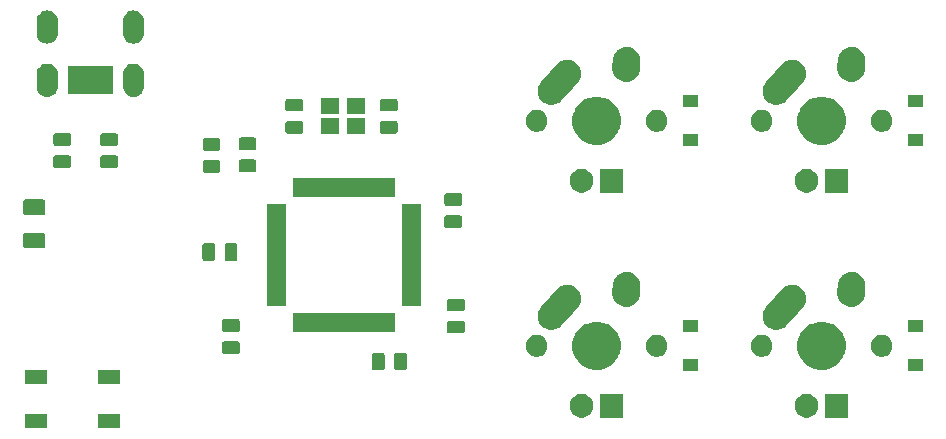
<source format=gbs>
G04 #@! TF.GenerationSoftware,KiCad,Pcbnew,(5.1.4)-1*
G04 #@! TF.CreationDate,2021-04-18T17:33:52-07:00*
G04 #@! TF.ProjectId,ai03-pcb-guide,61693033-2d70-4636-922d-67756964652e,rev?*
G04 #@! TF.SameCoordinates,Original*
G04 #@! TF.FileFunction,Soldermask,Bot*
G04 #@! TF.FilePolarity,Negative*
%FSLAX46Y46*%
G04 Gerber Fmt 4.6, Leading zero omitted, Abs format (unit mm)*
G04 Created by KiCad (PCBNEW (5.1.4)-1) date 2021-04-18 17:33:52*
%MOMM*%
%LPD*%
G04 APERTURE LIST*
%ADD10C,0.100000*%
G04 APERTURE END LIST*
D10*
G36*
X110488500Y-153794750D02*
G01*
X108586500Y-153794750D01*
X108586500Y-152592750D01*
X110488500Y-152592750D01*
X110488500Y-153794750D01*
X110488500Y-153794750D01*
G37*
G36*
X104288500Y-153794750D02*
G01*
X102386500Y-153794750D01*
X102386500Y-152592750D01*
X104288500Y-152592750D01*
X104288500Y-153794750D01*
X104288500Y-153794750D01*
G37*
G36*
X168718925Y-150925738D02*
G01*
X168885210Y-150958813D01*
X169067836Y-151034459D01*
X169232194Y-151144280D01*
X169371970Y-151284056D01*
X169481791Y-151448414D01*
X169557437Y-151631040D01*
X169596000Y-151824914D01*
X169596000Y-152022586D01*
X169557437Y-152216460D01*
X169481791Y-152399086D01*
X169371970Y-152563444D01*
X169232194Y-152703220D01*
X169067836Y-152813041D01*
X168885210Y-152888687D01*
X168718925Y-152921762D01*
X168691337Y-152927250D01*
X168493663Y-152927250D01*
X168466075Y-152921762D01*
X168299790Y-152888687D01*
X168117164Y-152813041D01*
X167952806Y-152703220D01*
X167813030Y-152563444D01*
X167703209Y-152399086D01*
X167627563Y-152216460D01*
X167589000Y-152022586D01*
X167589000Y-151824914D01*
X167627563Y-151631040D01*
X167703209Y-151448414D01*
X167813030Y-151284056D01*
X167952806Y-151144280D01*
X168117164Y-151034459D01*
X168299790Y-150958813D01*
X168466075Y-150925738D01*
X168493663Y-150920250D01*
X168691337Y-150920250D01*
X168718925Y-150925738D01*
X168718925Y-150925738D01*
G37*
G36*
X153086000Y-152927250D02*
G01*
X151079000Y-152927250D01*
X151079000Y-150920250D01*
X153086000Y-150920250D01*
X153086000Y-152927250D01*
X153086000Y-152927250D01*
G37*
G36*
X149668925Y-150925738D02*
G01*
X149835210Y-150958813D01*
X150017836Y-151034459D01*
X150182194Y-151144280D01*
X150321970Y-151284056D01*
X150431791Y-151448414D01*
X150507437Y-151631040D01*
X150546000Y-151824914D01*
X150546000Y-152022586D01*
X150507437Y-152216460D01*
X150431791Y-152399086D01*
X150321970Y-152563444D01*
X150182194Y-152703220D01*
X150017836Y-152813041D01*
X149835210Y-152888687D01*
X149668925Y-152921762D01*
X149641337Y-152927250D01*
X149443663Y-152927250D01*
X149416075Y-152921762D01*
X149249790Y-152888687D01*
X149067164Y-152813041D01*
X148902806Y-152703220D01*
X148763030Y-152563444D01*
X148653209Y-152399086D01*
X148577563Y-152216460D01*
X148539000Y-152022586D01*
X148539000Y-151824914D01*
X148577563Y-151631040D01*
X148653209Y-151448414D01*
X148763030Y-151284056D01*
X148902806Y-151144280D01*
X149067164Y-151034459D01*
X149249790Y-150958813D01*
X149416075Y-150925738D01*
X149443663Y-150920250D01*
X149641337Y-150920250D01*
X149668925Y-150925738D01*
X149668925Y-150925738D01*
G37*
G36*
X172136000Y-152927250D02*
G01*
X170129000Y-152927250D01*
X170129000Y-150920250D01*
X172136000Y-150920250D01*
X172136000Y-152927250D01*
X172136000Y-152927250D01*
G37*
G36*
X110488500Y-150094750D02*
G01*
X108586500Y-150094750D01*
X108586500Y-148892750D01*
X110488500Y-148892750D01*
X110488500Y-150094750D01*
X110488500Y-150094750D01*
G37*
G36*
X104288500Y-150094750D02*
G01*
X102386500Y-150094750D01*
X102386500Y-148892750D01*
X104288500Y-148892750D01*
X104288500Y-150094750D01*
X104288500Y-150094750D01*
G37*
G36*
X178451000Y-148994750D02*
G01*
X177149000Y-148994750D01*
X177149000Y-147992750D01*
X178451000Y-147992750D01*
X178451000Y-148994750D01*
X178451000Y-148994750D01*
G37*
G36*
X159401000Y-148994750D02*
G01*
X158099000Y-148994750D01*
X158099000Y-147992750D01*
X159401000Y-147992750D01*
X159401000Y-148994750D01*
X159401000Y-148994750D01*
G37*
G36*
X132705968Y-147430815D02*
G01*
X132744638Y-147442546D01*
X132780277Y-147461596D01*
X132811517Y-147487233D01*
X132837154Y-147518473D01*
X132856204Y-147554112D01*
X132867935Y-147592782D01*
X132872500Y-147639138D01*
X132872500Y-148715362D01*
X132867935Y-148761718D01*
X132856204Y-148800388D01*
X132837154Y-148836027D01*
X132811517Y-148867267D01*
X132780277Y-148892904D01*
X132744638Y-148911954D01*
X132705968Y-148923685D01*
X132659612Y-148928250D01*
X132008388Y-148928250D01*
X131962032Y-148923685D01*
X131923362Y-148911954D01*
X131887723Y-148892904D01*
X131856483Y-148867267D01*
X131830846Y-148836027D01*
X131811796Y-148800388D01*
X131800065Y-148761718D01*
X131795500Y-148715362D01*
X131795500Y-147639138D01*
X131800065Y-147592782D01*
X131811796Y-147554112D01*
X131830846Y-147518473D01*
X131856483Y-147487233D01*
X131887723Y-147461596D01*
X131923362Y-147442546D01*
X131962032Y-147430815D01*
X132008388Y-147426250D01*
X132659612Y-147426250D01*
X132705968Y-147430815D01*
X132705968Y-147430815D01*
G37*
G36*
X134580968Y-147430815D02*
G01*
X134619638Y-147442546D01*
X134655277Y-147461596D01*
X134686517Y-147487233D01*
X134712154Y-147518473D01*
X134731204Y-147554112D01*
X134742935Y-147592782D01*
X134747500Y-147639138D01*
X134747500Y-148715362D01*
X134742935Y-148761718D01*
X134731204Y-148800388D01*
X134712154Y-148836027D01*
X134686517Y-148867267D01*
X134655277Y-148892904D01*
X134619638Y-148911954D01*
X134580968Y-148923685D01*
X134534612Y-148928250D01*
X133883388Y-148928250D01*
X133837032Y-148923685D01*
X133798362Y-148911954D01*
X133762723Y-148892904D01*
X133731483Y-148867267D01*
X133705846Y-148836027D01*
X133686796Y-148800388D01*
X133675065Y-148761718D01*
X133670500Y-148715362D01*
X133670500Y-147639138D01*
X133675065Y-147592782D01*
X133686796Y-147554112D01*
X133705846Y-147518473D01*
X133731483Y-147487233D01*
X133762723Y-147461596D01*
X133798362Y-147442546D01*
X133837032Y-147430815D01*
X133883388Y-147426250D01*
X134534612Y-147426250D01*
X134580968Y-147430815D01*
X134580968Y-147430815D01*
G37*
G36*
X170458974Y-144877434D02*
G01*
X170676974Y-144967733D01*
X170831123Y-145031583D01*
X171166048Y-145255373D01*
X171450877Y-145540202D01*
X171674667Y-145875127D01*
X171707062Y-145953336D01*
X171828816Y-146247276D01*
X171907400Y-146642344D01*
X171907400Y-147045156D01*
X171828816Y-147440224D01*
X171777951Y-147563022D01*
X171674667Y-147812373D01*
X171450877Y-148147298D01*
X171166048Y-148432127D01*
X170831123Y-148655917D01*
X170687609Y-148715362D01*
X170458974Y-148810066D01*
X170063906Y-148888650D01*
X169661094Y-148888650D01*
X169266026Y-148810066D01*
X169037391Y-148715362D01*
X168893877Y-148655917D01*
X168558952Y-148432127D01*
X168274123Y-148147298D01*
X168050333Y-147812373D01*
X167947049Y-147563022D01*
X167896184Y-147440224D01*
X167817600Y-147045156D01*
X167817600Y-146642344D01*
X167896184Y-146247276D01*
X168017938Y-145953336D01*
X168050333Y-145875127D01*
X168274123Y-145540202D01*
X168558952Y-145255373D01*
X168893877Y-145031583D01*
X169048026Y-144967733D01*
X169266026Y-144877434D01*
X169661094Y-144798850D01*
X170063906Y-144798850D01*
X170458974Y-144877434D01*
X170458974Y-144877434D01*
G37*
G36*
X151408974Y-144877434D02*
G01*
X151626974Y-144967733D01*
X151781123Y-145031583D01*
X152116048Y-145255373D01*
X152400877Y-145540202D01*
X152624667Y-145875127D01*
X152657062Y-145953336D01*
X152778816Y-146247276D01*
X152857400Y-146642344D01*
X152857400Y-147045156D01*
X152778816Y-147440224D01*
X152727951Y-147563022D01*
X152624667Y-147812373D01*
X152400877Y-148147298D01*
X152116048Y-148432127D01*
X151781123Y-148655917D01*
X151637609Y-148715362D01*
X151408974Y-148810066D01*
X151013906Y-148888650D01*
X150611094Y-148888650D01*
X150216026Y-148810066D01*
X149987391Y-148715362D01*
X149843877Y-148655917D01*
X149508952Y-148432127D01*
X149224123Y-148147298D01*
X149000333Y-147812373D01*
X148897049Y-147563022D01*
X148846184Y-147440224D01*
X148767600Y-147045156D01*
X148767600Y-146642344D01*
X148846184Y-146247276D01*
X148967938Y-145953336D01*
X149000333Y-145875127D01*
X149224123Y-145540202D01*
X149508952Y-145255373D01*
X149843877Y-145031583D01*
X149998026Y-144967733D01*
X150216026Y-144877434D01*
X150611094Y-144798850D01*
X151013906Y-144798850D01*
X151408974Y-144877434D01*
X151408974Y-144877434D01*
G37*
G36*
X156162604Y-145953335D02*
G01*
X156331126Y-146023139D01*
X156482791Y-146124478D01*
X156611772Y-146253459D01*
X156713111Y-146405124D01*
X156782915Y-146573646D01*
X156818500Y-146752547D01*
X156818500Y-146934953D01*
X156782915Y-147113854D01*
X156713111Y-147282376D01*
X156611772Y-147434041D01*
X156482791Y-147563022D01*
X156331126Y-147664361D01*
X156162604Y-147734165D01*
X155983703Y-147769750D01*
X155801297Y-147769750D01*
X155622396Y-147734165D01*
X155453874Y-147664361D01*
X155302209Y-147563022D01*
X155173228Y-147434041D01*
X155071889Y-147282376D01*
X155002085Y-147113854D01*
X154966500Y-146934953D01*
X154966500Y-146752547D01*
X155002085Y-146573646D01*
X155071889Y-146405124D01*
X155173228Y-146253459D01*
X155302209Y-146124478D01*
X155453874Y-146023139D01*
X155622396Y-145953335D01*
X155801297Y-145917750D01*
X155983703Y-145917750D01*
X156162604Y-145953335D01*
X156162604Y-145953335D01*
G37*
G36*
X175212604Y-145953335D02*
G01*
X175381126Y-146023139D01*
X175532791Y-146124478D01*
X175661772Y-146253459D01*
X175763111Y-146405124D01*
X175832915Y-146573646D01*
X175868500Y-146752547D01*
X175868500Y-146934953D01*
X175832915Y-147113854D01*
X175763111Y-147282376D01*
X175661772Y-147434041D01*
X175532791Y-147563022D01*
X175381126Y-147664361D01*
X175212604Y-147734165D01*
X175033703Y-147769750D01*
X174851297Y-147769750D01*
X174672396Y-147734165D01*
X174503874Y-147664361D01*
X174352209Y-147563022D01*
X174223228Y-147434041D01*
X174121889Y-147282376D01*
X174052085Y-147113854D01*
X174016500Y-146934953D01*
X174016500Y-146752547D01*
X174052085Y-146573646D01*
X174121889Y-146405124D01*
X174223228Y-146253459D01*
X174352209Y-146124478D01*
X174503874Y-146023139D01*
X174672396Y-145953335D01*
X174851297Y-145917750D01*
X175033703Y-145917750D01*
X175212604Y-145953335D01*
X175212604Y-145953335D01*
G37*
G36*
X165052604Y-145953335D02*
G01*
X165221126Y-146023139D01*
X165372791Y-146124478D01*
X165501772Y-146253459D01*
X165603111Y-146405124D01*
X165672915Y-146573646D01*
X165708500Y-146752547D01*
X165708500Y-146934953D01*
X165672915Y-147113854D01*
X165603111Y-147282376D01*
X165501772Y-147434041D01*
X165372791Y-147563022D01*
X165221126Y-147664361D01*
X165052604Y-147734165D01*
X164873703Y-147769750D01*
X164691297Y-147769750D01*
X164512396Y-147734165D01*
X164343874Y-147664361D01*
X164192209Y-147563022D01*
X164063228Y-147434041D01*
X163961889Y-147282376D01*
X163892085Y-147113854D01*
X163856500Y-146934953D01*
X163856500Y-146752547D01*
X163892085Y-146573646D01*
X163961889Y-146405124D01*
X164063228Y-146253459D01*
X164192209Y-146124478D01*
X164343874Y-146023139D01*
X164512396Y-145953335D01*
X164691297Y-145917750D01*
X164873703Y-145917750D01*
X165052604Y-145953335D01*
X165052604Y-145953335D01*
G37*
G36*
X146002604Y-145953335D02*
G01*
X146171126Y-146023139D01*
X146322791Y-146124478D01*
X146451772Y-146253459D01*
X146553111Y-146405124D01*
X146622915Y-146573646D01*
X146658500Y-146752547D01*
X146658500Y-146934953D01*
X146622915Y-147113854D01*
X146553111Y-147282376D01*
X146451772Y-147434041D01*
X146322791Y-147563022D01*
X146171126Y-147664361D01*
X146002604Y-147734165D01*
X145823703Y-147769750D01*
X145641297Y-147769750D01*
X145462396Y-147734165D01*
X145293874Y-147664361D01*
X145142209Y-147563022D01*
X145013228Y-147434041D01*
X144911889Y-147282376D01*
X144842085Y-147113854D01*
X144806500Y-146934953D01*
X144806500Y-146752547D01*
X144842085Y-146573646D01*
X144911889Y-146405124D01*
X145013228Y-146253459D01*
X145142209Y-146124478D01*
X145293874Y-146023139D01*
X145462396Y-145953335D01*
X145641297Y-145917750D01*
X145823703Y-145917750D01*
X146002604Y-145953335D01*
X146002604Y-145953335D01*
G37*
G36*
X120440718Y-146453565D02*
G01*
X120479388Y-146465296D01*
X120515027Y-146484346D01*
X120546267Y-146509983D01*
X120571904Y-146541223D01*
X120590954Y-146576862D01*
X120602685Y-146615532D01*
X120607250Y-146661888D01*
X120607250Y-147313112D01*
X120602685Y-147359468D01*
X120590954Y-147398138D01*
X120571904Y-147433777D01*
X120546267Y-147465017D01*
X120515027Y-147490654D01*
X120479388Y-147509704D01*
X120440718Y-147521435D01*
X120394362Y-147526000D01*
X119318138Y-147526000D01*
X119271782Y-147521435D01*
X119233112Y-147509704D01*
X119197473Y-147490654D01*
X119166233Y-147465017D01*
X119140596Y-147433777D01*
X119121546Y-147398138D01*
X119109815Y-147359468D01*
X119105250Y-147313112D01*
X119105250Y-146661888D01*
X119109815Y-146615532D01*
X119121546Y-146576862D01*
X119140596Y-146541223D01*
X119166233Y-146509983D01*
X119197473Y-146484346D01*
X119233112Y-146465296D01*
X119271782Y-146453565D01*
X119318138Y-146449000D01*
X120394362Y-146449000D01*
X120440718Y-146453565D01*
X120440718Y-146453565D01*
G37*
G36*
X139490718Y-144722315D02*
G01*
X139529388Y-144734046D01*
X139565027Y-144753096D01*
X139596267Y-144778733D01*
X139621904Y-144809973D01*
X139640954Y-144845612D01*
X139652685Y-144884282D01*
X139657250Y-144930638D01*
X139657250Y-145581862D01*
X139652685Y-145628218D01*
X139640954Y-145666888D01*
X139621904Y-145702527D01*
X139596267Y-145733767D01*
X139565027Y-145759404D01*
X139529388Y-145778454D01*
X139490718Y-145790185D01*
X139444362Y-145794750D01*
X138368138Y-145794750D01*
X138321782Y-145790185D01*
X138283112Y-145778454D01*
X138247473Y-145759404D01*
X138216233Y-145733767D01*
X138190596Y-145702527D01*
X138171546Y-145666888D01*
X138159815Y-145628218D01*
X138155250Y-145581862D01*
X138155250Y-144930638D01*
X138159815Y-144884282D01*
X138171546Y-144845612D01*
X138190596Y-144809973D01*
X138216233Y-144778733D01*
X138247473Y-144753096D01*
X138283112Y-144734046D01*
X138321782Y-144722315D01*
X138368138Y-144717750D01*
X139444362Y-144717750D01*
X139490718Y-144722315D01*
X139490718Y-144722315D01*
G37*
G36*
X178451000Y-145694750D02*
G01*
X177149000Y-145694750D01*
X177149000Y-144692750D01*
X178451000Y-144692750D01*
X178451000Y-145694750D01*
X178451000Y-145694750D01*
G37*
G36*
X159401000Y-145694750D02*
G01*
X158099000Y-145694750D01*
X158099000Y-144692750D01*
X159401000Y-144692750D01*
X159401000Y-145694750D01*
X159401000Y-145694750D01*
G37*
G36*
X133739000Y-145661250D02*
G01*
X125087000Y-145661250D01*
X125087000Y-144059250D01*
X133739000Y-144059250D01*
X133739000Y-145661250D01*
X133739000Y-145661250D01*
G37*
G36*
X120440718Y-144578565D02*
G01*
X120479388Y-144590296D01*
X120515027Y-144609346D01*
X120546267Y-144634983D01*
X120571904Y-144666223D01*
X120590954Y-144701862D01*
X120602685Y-144740532D01*
X120607250Y-144786888D01*
X120607250Y-145438112D01*
X120602685Y-145484468D01*
X120590954Y-145523138D01*
X120571904Y-145558777D01*
X120546267Y-145590017D01*
X120515027Y-145615654D01*
X120479388Y-145634704D01*
X120440718Y-145646435D01*
X120394362Y-145651000D01*
X119318138Y-145651000D01*
X119271782Y-145646435D01*
X119233112Y-145634704D01*
X119197473Y-145615654D01*
X119166233Y-145590017D01*
X119140596Y-145558777D01*
X119121546Y-145523138D01*
X119109815Y-145484468D01*
X119105250Y-145438112D01*
X119105250Y-144786888D01*
X119109815Y-144740532D01*
X119121546Y-144701862D01*
X119140596Y-144666223D01*
X119166233Y-144634983D01*
X119197473Y-144609346D01*
X119233112Y-144590296D01*
X119271782Y-144578565D01*
X119318138Y-144574000D01*
X120394362Y-144574000D01*
X120440718Y-144578565D01*
X120440718Y-144578565D01*
G37*
G36*
X148335705Y-141667631D02*
G01*
X148341145Y-141667750D01*
X148428328Y-141667750D01*
X148444597Y-141670986D01*
X148463456Y-141673265D01*
X148480032Y-141673996D01*
X148564723Y-141694760D01*
X148570018Y-141695934D01*
X148655527Y-141712943D01*
X148670862Y-141719295D01*
X148688901Y-141725205D01*
X148705021Y-141729157D01*
X148784004Y-141766030D01*
X148788994Y-141768227D01*
X148869545Y-141801592D01*
X148883341Y-141810810D01*
X148899893Y-141820132D01*
X148914926Y-141827150D01*
X148985194Y-141878721D01*
X148989692Y-141881872D01*
X149062156Y-141930291D01*
X149073883Y-141942018D01*
X149088309Y-141954398D01*
X149101679Y-141964211D01*
X149101680Y-141964212D01*
X149160521Y-142028483D01*
X149164329Y-142032464D01*
X149225959Y-142094094D01*
X149235174Y-142107885D01*
X149246896Y-142122828D01*
X149258105Y-142135071D01*
X149303299Y-142209624D01*
X149306246Y-142214251D01*
X149354658Y-142286705D01*
X149361005Y-142302027D01*
X149369592Y-142318981D01*
X149378191Y-142333167D01*
X149407978Y-142415118D01*
X149409952Y-142420198D01*
X149443307Y-142500723D01*
X149443307Y-142500724D01*
X149446541Y-142516983D01*
X149451658Y-142535292D01*
X149457325Y-142550884D01*
X149470555Y-142637095D01*
X149471501Y-142642463D01*
X149488500Y-142727923D01*
X149488500Y-142744502D01*
X149489944Y-142763442D01*
X149492463Y-142779854D01*
X149488620Y-142866999D01*
X149488500Y-142872439D01*
X149488500Y-142959576D01*
X149487936Y-142962413D01*
X149485266Y-142975833D01*
X149482988Y-142994691D01*
X149482256Y-143011281D01*
X149461488Y-143095987D01*
X149460312Y-143101287D01*
X149443307Y-143186777D01*
X149436957Y-143202107D01*
X149431049Y-143220143D01*
X149427095Y-143236270D01*
X149390211Y-143315276D01*
X149388011Y-143320273D01*
X149354658Y-143400795D01*
X149345444Y-143414585D01*
X149336122Y-143431137D01*
X149329102Y-143446174D01*
X149277511Y-143516470D01*
X149274366Y-143520960D01*
X149225961Y-143593404D01*
X149168960Y-143650405D01*
X149164311Y-143655313D01*
X148801874Y-144059250D01*
X147839223Y-145132126D01*
X147711179Y-145249352D01*
X147612130Y-145309396D01*
X147513083Y-145369439D01*
X147295366Y-145448573D01*
X147066395Y-145483711D01*
X146834970Y-145473504D01*
X146609981Y-145418343D01*
X146505227Y-145369439D01*
X146400079Y-145320352D01*
X146303338Y-145249352D01*
X146213323Y-145183289D01*
X146138894Y-145101991D01*
X146056898Y-145012429D01*
X145975064Y-144877435D01*
X145936811Y-144814333D01*
X145857677Y-144596616D01*
X145822539Y-144367645D01*
X145832746Y-144136220D01*
X145887907Y-143911231D01*
X145943622Y-143791888D01*
X145985898Y-143701330D01*
X145985900Y-143701327D01*
X146088614Y-143561372D01*
X146843745Y-142719777D01*
X147375287Y-142127371D01*
X147386181Y-142113339D01*
X147399039Y-142094096D01*
X147456073Y-142037062D01*
X147460723Y-142032153D01*
X147475778Y-142015374D01*
X147497201Y-141995761D01*
X147501182Y-141991953D01*
X147562846Y-141930289D01*
X147576643Y-141921070D01*
X147591602Y-141909335D01*
X147603821Y-141898148D01*
X147635885Y-141878711D01*
X147678330Y-141852981D01*
X147682921Y-141850058D01*
X147755455Y-141801592D01*
X147770800Y-141795236D01*
X147787748Y-141786651D01*
X147801916Y-141778062D01*
X147801917Y-141778062D01*
X147801918Y-141778061D01*
X147883812Y-141748295D01*
X147888910Y-141746313D01*
X147969473Y-141712943D01*
X147985752Y-141709705D01*
X148004042Y-141704594D01*
X148019635Y-141698927D01*
X148105800Y-141685704D01*
X148111163Y-141684759D01*
X148196673Y-141667750D01*
X148213266Y-141667750D01*
X148232209Y-141666305D01*
X148248606Y-141663789D01*
X148335705Y-141667631D01*
X148335705Y-141667631D01*
G37*
G36*
X167385705Y-141667631D02*
G01*
X167391145Y-141667750D01*
X167478328Y-141667750D01*
X167494597Y-141670986D01*
X167513456Y-141673265D01*
X167530032Y-141673996D01*
X167614723Y-141694760D01*
X167620018Y-141695934D01*
X167705527Y-141712943D01*
X167720862Y-141719295D01*
X167738901Y-141725205D01*
X167755021Y-141729157D01*
X167834004Y-141766030D01*
X167838994Y-141768227D01*
X167919545Y-141801592D01*
X167933341Y-141810810D01*
X167949893Y-141820132D01*
X167964926Y-141827150D01*
X168035194Y-141878721D01*
X168039692Y-141881872D01*
X168112156Y-141930291D01*
X168123883Y-141942018D01*
X168138309Y-141954398D01*
X168151679Y-141964211D01*
X168151680Y-141964212D01*
X168210521Y-142028483D01*
X168214329Y-142032464D01*
X168275959Y-142094094D01*
X168285174Y-142107885D01*
X168296896Y-142122828D01*
X168308105Y-142135071D01*
X168353299Y-142209624D01*
X168356246Y-142214251D01*
X168404658Y-142286705D01*
X168411005Y-142302027D01*
X168419592Y-142318981D01*
X168428191Y-142333167D01*
X168457978Y-142415118D01*
X168459952Y-142420198D01*
X168493307Y-142500723D01*
X168493307Y-142500724D01*
X168496541Y-142516983D01*
X168501658Y-142535292D01*
X168507325Y-142550884D01*
X168520555Y-142637095D01*
X168521501Y-142642463D01*
X168538500Y-142727923D01*
X168538500Y-142744502D01*
X168539944Y-142763442D01*
X168542463Y-142779854D01*
X168538620Y-142866999D01*
X168538500Y-142872439D01*
X168538500Y-142959576D01*
X168537936Y-142962413D01*
X168535266Y-142975833D01*
X168532988Y-142994691D01*
X168532256Y-143011281D01*
X168511488Y-143095987D01*
X168510312Y-143101287D01*
X168493307Y-143186777D01*
X168486957Y-143202107D01*
X168481049Y-143220143D01*
X168477095Y-143236270D01*
X168440211Y-143315276D01*
X168438011Y-143320273D01*
X168404658Y-143400795D01*
X168395444Y-143414585D01*
X168386122Y-143431137D01*
X168379102Y-143446174D01*
X168327511Y-143516470D01*
X168324366Y-143520960D01*
X168275961Y-143593404D01*
X168218960Y-143650405D01*
X168214311Y-143655313D01*
X167851874Y-144059250D01*
X166889223Y-145132126D01*
X166761179Y-145249352D01*
X166662130Y-145309396D01*
X166563083Y-145369439D01*
X166345366Y-145448573D01*
X166116395Y-145483711D01*
X165884970Y-145473504D01*
X165659981Y-145418343D01*
X165555227Y-145369439D01*
X165450079Y-145320352D01*
X165353338Y-145249352D01*
X165263323Y-145183289D01*
X165188894Y-145101991D01*
X165106898Y-145012429D01*
X165025064Y-144877435D01*
X164986811Y-144814333D01*
X164907677Y-144596616D01*
X164872539Y-144367645D01*
X164882746Y-144136220D01*
X164937907Y-143911231D01*
X164993622Y-143791888D01*
X165035898Y-143701330D01*
X165035900Y-143701327D01*
X165138614Y-143561372D01*
X165893745Y-142719777D01*
X166425287Y-142127371D01*
X166436181Y-142113339D01*
X166449039Y-142094096D01*
X166506073Y-142037062D01*
X166510723Y-142032153D01*
X166525778Y-142015374D01*
X166547201Y-141995761D01*
X166551182Y-141991953D01*
X166612846Y-141930289D01*
X166626643Y-141921070D01*
X166641602Y-141909335D01*
X166653821Y-141898148D01*
X166685885Y-141878711D01*
X166728330Y-141852981D01*
X166732921Y-141850058D01*
X166805455Y-141801592D01*
X166820800Y-141795236D01*
X166837748Y-141786651D01*
X166851916Y-141778062D01*
X166851917Y-141778062D01*
X166851918Y-141778061D01*
X166933812Y-141748295D01*
X166938910Y-141746313D01*
X167019473Y-141712943D01*
X167035752Y-141709705D01*
X167054042Y-141704594D01*
X167069635Y-141698927D01*
X167155800Y-141685704D01*
X167161163Y-141684759D01*
X167246673Y-141667750D01*
X167263266Y-141667750D01*
X167282209Y-141666305D01*
X167298606Y-141663789D01*
X167385705Y-141667631D01*
X167385705Y-141667631D01*
G37*
G36*
X139490718Y-142847315D02*
G01*
X139529388Y-142859046D01*
X139565027Y-142878096D01*
X139596267Y-142903733D01*
X139621904Y-142934973D01*
X139640954Y-142970612D01*
X139652685Y-143009282D01*
X139657250Y-143055638D01*
X139657250Y-143706862D01*
X139652685Y-143753218D01*
X139640954Y-143791888D01*
X139621904Y-143827527D01*
X139596267Y-143858767D01*
X139565027Y-143884404D01*
X139529388Y-143903454D01*
X139490718Y-143915185D01*
X139444362Y-143919750D01*
X138368138Y-143919750D01*
X138321782Y-143915185D01*
X138283112Y-143903454D01*
X138247473Y-143884404D01*
X138216233Y-143858767D01*
X138190596Y-143827527D01*
X138171546Y-143791888D01*
X138159815Y-143753218D01*
X138155250Y-143706862D01*
X138155250Y-143055638D01*
X138159815Y-143009282D01*
X138171546Y-142970612D01*
X138190596Y-142934973D01*
X138216233Y-142903733D01*
X138247473Y-142878096D01*
X138283112Y-142859046D01*
X138321782Y-142847315D01*
X138368138Y-142842750D01*
X139444362Y-142842750D01*
X139490718Y-142847315D01*
X139490718Y-142847315D01*
G37*
G36*
X172490627Y-140586011D02*
G01*
X172511400Y-140587750D01*
X172518327Y-140587750D01*
X172613254Y-140606632D01*
X172616848Y-140607292D01*
X172712230Y-140623374D01*
X172718703Y-140625835D01*
X172738728Y-140631591D01*
X172745527Y-140632943D01*
X172807914Y-140658784D01*
X172834943Y-140669980D01*
X172838344Y-140671331D01*
X172928755Y-140705711D01*
X172934627Y-140709390D01*
X172953136Y-140718937D01*
X172959545Y-140721592D01*
X173040063Y-140775392D01*
X173043054Y-140777328D01*
X173125057Y-140828709D01*
X173130084Y-140833450D01*
X173146396Y-140846441D01*
X173152152Y-140850287D01*
X173220610Y-140918745D01*
X173223189Y-140921249D01*
X173293590Y-140987639D01*
X173297595Y-140993269D01*
X173311059Y-141009194D01*
X173315959Y-141014094D01*
X173369744Y-141094589D01*
X173371791Y-141097557D01*
X173427880Y-141176395D01*
X173430714Y-141182708D01*
X173440808Y-141200943D01*
X173444658Y-141206705D01*
X173481720Y-141296180D01*
X173483124Y-141299435D01*
X173522765Y-141387723D01*
X173524315Y-141394475D01*
X173530652Y-141414312D01*
X173533307Y-141420723D01*
X173552192Y-141515667D01*
X173552938Y-141519151D01*
X173574598Y-141613501D01*
X173574598Y-141613504D01*
X173574800Y-141620404D01*
X173577147Y-141641120D01*
X173578500Y-141647924D01*
X173578500Y-141744736D01*
X173578553Y-141748334D01*
X173579688Y-141787027D01*
X173578795Y-141799975D01*
X173578500Y-141808547D01*
X173578500Y-141879576D01*
X173572581Y-141909335D01*
X173572104Y-141911729D01*
X173570000Y-141927500D01*
X173531738Y-142482295D01*
X173502876Y-142653480D01*
X173420538Y-142870005D01*
X173297541Y-143066307D01*
X173138611Y-143234840D01*
X172949855Y-143369130D01*
X172738527Y-143464015D01*
X172512749Y-143515848D01*
X172281198Y-143522639D01*
X172281197Y-143522639D01*
X172235512Y-143514936D01*
X172052770Y-143484126D01*
X171836245Y-143401788D01*
X171639943Y-143278791D01*
X171471410Y-143119861D01*
X171337120Y-142931105D01*
X171242235Y-142719777D01*
X171190402Y-142493999D01*
X171185312Y-142320473D01*
X171226204Y-141727544D01*
X171226500Y-141718946D01*
X171226500Y-141647925D01*
X171245382Y-141553000D01*
X171246044Y-141549395D01*
X171251731Y-141515667D01*
X171262124Y-141454020D01*
X171264585Y-141447549D01*
X171270342Y-141427517D01*
X171271693Y-141420724D01*
X171274343Y-141414326D01*
X171308764Y-141331226D01*
X171310053Y-141327980D01*
X171344462Y-141237495D01*
X171348136Y-141231631D01*
X171357687Y-141213115D01*
X171360342Y-141206705D01*
X171414157Y-141126165D01*
X171416077Y-141123199D01*
X171467459Y-141041193D01*
X171472211Y-141036154D01*
X171485189Y-141019857D01*
X171489037Y-141014098D01*
X171557493Y-140945642D01*
X171560046Y-140943012D01*
X171580523Y-140921298D01*
X171626389Y-140872660D01*
X171632021Y-140868653D01*
X171647947Y-140855188D01*
X171652846Y-140850289D01*
X171733324Y-140796516D01*
X171736306Y-140794460D01*
X171815145Y-140738370D01*
X171821455Y-140735537D01*
X171839694Y-140725441D01*
X171845451Y-140721594D01*
X171845454Y-140721593D01*
X171845455Y-140721592D01*
X171934929Y-140684531D01*
X171938187Y-140683125D01*
X172026473Y-140643485D01*
X172033225Y-140641935D01*
X172053062Y-140635598D01*
X172059473Y-140632943D01*
X172154399Y-140614061D01*
X172157946Y-140613301D01*
X172252251Y-140591651D01*
X172254630Y-140591581D01*
X172259165Y-140591448D01*
X172279881Y-140589101D01*
X172286674Y-140587750D01*
X172383459Y-140587750D01*
X172387084Y-140587697D01*
X172483802Y-140584860D01*
X172490627Y-140586011D01*
X172490627Y-140586011D01*
G37*
G36*
X153440627Y-140586011D02*
G01*
X153461400Y-140587750D01*
X153468327Y-140587750D01*
X153563254Y-140606632D01*
X153566848Y-140607292D01*
X153662230Y-140623374D01*
X153668703Y-140625835D01*
X153688728Y-140631591D01*
X153695527Y-140632943D01*
X153757914Y-140658784D01*
X153784943Y-140669980D01*
X153788344Y-140671331D01*
X153878755Y-140705711D01*
X153884627Y-140709390D01*
X153903136Y-140718937D01*
X153909545Y-140721592D01*
X153990063Y-140775392D01*
X153993054Y-140777328D01*
X154075057Y-140828709D01*
X154080084Y-140833450D01*
X154096396Y-140846441D01*
X154102152Y-140850287D01*
X154170610Y-140918745D01*
X154173189Y-140921249D01*
X154243590Y-140987639D01*
X154247595Y-140993269D01*
X154261059Y-141009194D01*
X154265959Y-141014094D01*
X154319744Y-141094589D01*
X154321791Y-141097557D01*
X154377880Y-141176395D01*
X154380714Y-141182708D01*
X154390808Y-141200943D01*
X154394658Y-141206705D01*
X154431720Y-141296180D01*
X154433124Y-141299435D01*
X154472765Y-141387723D01*
X154474315Y-141394475D01*
X154480652Y-141414312D01*
X154483307Y-141420723D01*
X154502192Y-141515667D01*
X154502938Y-141519151D01*
X154524598Y-141613501D01*
X154524598Y-141613504D01*
X154524800Y-141620404D01*
X154527147Y-141641120D01*
X154528500Y-141647924D01*
X154528500Y-141744736D01*
X154528553Y-141748334D01*
X154529688Y-141787027D01*
X154528795Y-141799975D01*
X154528500Y-141808547D01*
X154528500Y-141879576D01*
X154522581Y-141909335D01*
X154522104Y-141911729D01*
X154520000Y-141927500D01*
X154481738Y-142482295D01*
X154452876Y-142653480D01*
X154370538Y-142870005D01*
X154247541Y-143066307D01*
X154088611Y-143234840D01*
X153899855Y-143369130D01*
X153688527Y-143464015D01*
X153462749Y-143515848D01*
X153231198Y-143522639D01*
X153231197Y-143522639D01*
X153185512Y-143514936D01*
X153002770Y-143484126D01*
X152786245Y-143401788D01*
X152589943Y-143278791D01*
X152421410Y-143119861D01*
X152287120Y-142931105D01*
X152192235Y-142719777D01*
X152140402Y-142493999D01*
X152135312Y-142320473D01*
X152176204Y-141727544D01*
X152176500Y-141718946D01*
X152176500Y-141647925D01*
X152195382Y-141553000D01*
X152196044Y-141549395D01*
X152201731Y-141515667D01*
X152212124Y-141454020D01*
X152214585Y-141447549D01*
X152220342Y-141427517D01*
X152221693Y-141420724D01*
X152224343Y-141414326D01*
X152258764Y-141331226D01*
X152260053Y-141327980D01*
X152294462Y-141237495D01*
X152298136Y-141231631D01*
X152307687Y-141213115D01*
X152310342Y-141206705D01*
X152364157Y-141126165D01*
X152366077Y-141123199D01*
X152417459Y-141041193D01*
X152422211Y-141036154D01*
X152435189Y-141019857D01*
X152439037Y-141014098D01*
X152507493Y-140945642D01*
X152510046Y-140943012D01*
X152530523Y-140921298D01*
X152576389Y-140872660D01*
X152582021Y-140868653D01*
X152597947Y-140855188D01*
X152602846Y-140850289D01*
X152683324Y-140796516D01*
X152686306Y-140794460D01*
X152765145Y-140738370D01*
X152771455Y-140735537D01*
X152789694Y-140725441D01*
X152795451Y-140721594D01*
X152795454Y-140721593D01*
X152795455Y-140721592D01*
X152884929Y-140684531D01*
X152888187Y-140683125D01*
X152976473Y-140643485D01*
X152983225Y-140641935D01*
X153003062Y-140635598D01*
X153009473Y-140632943D01*
X153104399Y-140614061D01*
X153107946Y-140613301D01*
X153202251Y-140591651D01*
X153204630Y-140591581D01*
X153209165Y-140591448D01*
X153229881Y-140589101D01*
X153236674Y-140587750D01*
X153333459Y-140587750D01*
X153337084Y-140587697D01*
X153433802Y-140584860D01*
X153440627Y-140586011D01*
X153440627Y-140586011D01*
G37*
G36*
X135914000Y-143486250D02*
G01*
X134312000Y-143486250D01*
X134312000Y-134834250D01*
X135914000Y-134834250D01*
X135914000Y-143486250D01*
X135914000Y-143486250D01*
G37*
G36*
X124514000Y-143486250D02*
G01*
X122912000Y-143486250D01*
X122912000Y-134834250D01*
X124514000Y-134834250D01*
X124514000Y-143486250D01*
X124514000Y-143486250D01*
G37*
G36*
X118353218Y-138159815D02*
G01*
X118391888Y-138171546D01*
X118427527Y-138190596D01*
X118458767Y-138216233D01*
X118484404Y-138247473D01*
X118503454Y-138283112D01*
X118515185Y-138321782D01*
X118519750Y-138368138D01*
X118519750Y-139444362D01*
X118515185Y-139490718D01*
X118503454Y-139529388D01*
X118484404Y-139565027D01*
X118458767Y-139596267D01*
X118427527Y-139621904D01*
X118391888Y-139640954D01*
X118353218Y-139652685D01*
X118306862Y-139657250D01*
X117655638Y-139657250D01*
X117609282Y-139652685D01*
X117570612Y-139640954D01*
X117534973Y-139621904D01*
X117503733Y-139596267D01*
X117478096Y-139565027D01*
X117459046Y-139529388D01*
X117447315Y-139490718D01*
X117442750Y-139444362D01*
X117442750Y-138368138D01*
X117447315Y-138321782D01*
X117459046Y-138283112D01*
X117478096Y-138247473D01*
X117503733Y-138216233D01*
X117534973Y-138190596D01*
X117570612Y-138171546D01*
X117609282Y-138159815D01*
X117655638Y-138155250D01*
X118306862Y-138155250D01*
X118353218Y-138159815D01*
X118353218Y-138159815D01*
G37*
G36*
X120228218Y-138159815D02*
G01*
X120266888Y-138171546D01*
X120302527Y-138190596D01*
X120333767Y-138216233D01*
X120359404Y-138247473D01*
X120378454Y-138283112D01*
X120390185Y-138321782D01*
X120394750Y-138368138D01*
X120394750Y-139444362D01*
X120390185Y-139490718D01*
X120378454Y-139529388D01*
X120359404Y-139565027D01*
X120333767Y-139596267D01*
X120302527Y-139621904D01*
X120266888Y-139640954D01*
X120228218Y-139652685D01*
X120181862Y-139657250D01*
X119530638Y-139657250D01*
X119484282Y-139652685D01*
X119445612Y-139640954D01*
X119409973Y-139621904D01*
X119378733Y-139596267D01*
X119353096Y-139565027D01*
X119334046Y-139529388D01*
X119322315Y-139490718D01*
X119317750Y-139444362D01*
X119317750Y-138368138D01*
X119322315Y-138321782D01*
X119334046Y-138283112D01*
X119353096Y-138247473D01*
X119378733Y-138216233D01*
X119409973Y-138190596D01*
X119445612Y-138171546D01*
X119484282Y-138159815D01*
X119530638Y-138155250D01*
X120181862Y-138155250D01*
X120228218Y-138159815D01*
X120228218Y-138159815D01*
G37*
G36*
X103956104Y-137253347D02*
G01*
X103992644Y-137264432D01*
X104026321Y-137282433D01*
X104055841Y-137306659D01*
X104080067Y-137336179D01*
X104098068Y-137369856D01*
X104109153Y-137406396D01*
X104113500Y-137450538D01*
X104113500Y-138399462D01*
X104109153Y-138443604D01*
X104098068Y-138480144D01*
X104080067Y-138513821D01*
X104055841Y-138543341D01*
X104026321Y-138567567D01*
X103992644Y-138585568D01*
X103956104Y-138596653D01*
X103911962Y-138601000D01*
X102463038Y-138601000D01*
X102418896Y-138596653D01*
X102382356Y-138585568D01*
X102348679Y-138567567D01*
X102319159Y-138543341D01*
X102294933Y-138513821D01*
X102276932Y-138480144D01*
X102265847Y-138443604D01*
X102261500Y-138399462D01*
X102261500Y-137450538D01*
X102265847Y-137406396D01*
X102276932Y-137369856D01*
X102294933Y-137336179D01*
X102319159Y-137306659D01*
X102348679Y-137282433D01*
X102382356Y-137264432D01*
X102418896Y-137253347D01*
X102463038Y-137249000D01*
X103911962Y-137249000D01*
X103956104Y-137253347D01*
X103956104Y-137253347D01*
G37*
G36*
X139268468Y-135802315D02*
G01*
X139307138Y-135814046D01*
X139342777Y-135833096D01*
X139374017Y-135858733D01*
X139399654Y-135889973D01*
X139418704Y-135925612D01*
X139430435Y-135964282D01*
X139435000Y-136010638D01*
X139435000Y-136661862D01*
X139430435Y-136708218D01*
X139418704Y-136746888D01*
X139399654Y-136782527D01*
X139374017Y-136813767D01*
X139342777Y-136839404D01*
X139307138Y-136858454D01*
X139268468Y-136870185D01*
X139222112Y-136874750D01*
X138145888Y-136874750D01*
X138099532Y-136870185D01*
X138060862Y-136858454D01*
X138025223Y-136839404D01*
X137993983Y-136813767D01*
X137968346Y-136782527D01*
X137949296Y-136746888D01*
X137937565Y-136708218D01*
X137933000Y-136661862D01*
X137933000Y-136010638D01*
X137937565Y-135964282D01*
X137949296Y-135925612D01*
X137968346Y-135889973D01*
X137993983Y-135858733D01*
X138025223Y-135833096D01*
X138060862Y-135814046D01*
X138099532Y-135802315D01*
X138145888Y-135797750D01*
X139222112Y-135797750D01*
X139268468Y-135802315D01*
X139268468Y-135802315D01*
G37*
G36*
X103956104Y-134453347D02*
G01*
X103992644Y-134464432D01*
X104026321Y-134482433D01*
X104055841Y-134506659D01*
X104080067Y-134536179D01*
X104098068Y-134569856D01*
X104109153Y-134606396D01*
X104113500Y-134650538D01*
X104113500Y-135599462D01*
X104109153Y-135643604D01*
X104098068Y-135680144D01*
X104080067Y-135713821D01*
X104055841Y-135743341D01*
X104026321Y-135767567D01*
X103992644Y-135785568D01*
X103956104Y-135796653D01*
X103911962Y-135801000D01*
X102463038Y-135801000D01*
X102418896Y-135796653D01*
X102382356Y-135785568D01*
X102348679Y-135767567D01*
X102319159Y-135743341D01*
X102294933Y-135713821D01*
X102276932Y-135680144D01*
X102265847Y-135643604D01*
X102261500Y-135599462D01*
X102261500Y-134650538D01*
X102265847Y-134606396D01*
X102276932Y-134569856D01*
X102294933Y-134536179D01*
X102319159Y-134506659D01*
X102348679Y-134482433D01*
X102382356Y-134464432D01*
X102418896Y-134453347D01*
X102463038Y-134449000D01*
X103911962Y-134449000D01*
X103956104Y-134453347D01*
X103956104Y-134453347D01*
G37*
G36*
X139268468Y-133927315D02*
G01*
X139307138Y-133939046D01*
X139342777Y-133958096D01*
X139374017Y-133983733D01*
X139399654Y-134014973D01*
X139418704Y-134050612D01*
X139430435Y-134089282D01*
X139435000Y-134135638D01*
X139435000Y-134786862D01*
X139430435Y-134833218D01*
X139418704Y-134871888D01*
X139399654Y-134907527D01*
X139374017Y-134938767D01*
X139342777Y-134964404D01*
X139307138Y-134983454D01*
X139268468Y-134995185D01*
X139222112Y-134999750D01*
X138145888Y-134999750D01*
X138099532Y-134995185D01*
X138060862Y-134983454D01*
X138025223Y-134964404D01*
X137993983Y-134938767D01*
X137968346Y-134907527D01*
X137949296Y-134871888D01*
X137937565Y-134833218D01*
X137933000Y-134786862D01*
X137933000Y-134135638D01*
X137937565Y-134089282D01*
X137949296Y-134050612D01*
X137968346Y-134014973D01*
X137993983Y-133983733D01*
X138025223Y-133958096D01*
X138060862Y-133939046D01*
X138099532Y-133927315D01*
X138145888Y-133922750D01*
X139222112Y-133922750D01*
X139268468Y-133927315D01*
X139268468Y-133927315D01*
G37*
G36*
X133739000Y-134261250D02*
G01*
X125087000Y-134261250D01*
X125087000Y-132659250D01*
X133739000Y-132659250D01*
X133739000Y-134261250D01*
X133739000Y-134261250D01*
G37*
G36*
X168705162Y-131873000D02*
G01*
X168885210Y-131908813D01*
X169067836Y-131984459D01*
X169232194Y-132094280D01*
X169371970Y-132234056D01*
X169481791Y-132398414D01*
X169557437Y-132581040D01*
X169596000Y-132774914D01*
X169596000Y-132972586D01*
X169557437Y-133166460D01*
X169481791Y-133349086D01*
X169371970Y-133513444D01*
X169232194Y-133653220D01*
X169067836Y-133763041D01*
X168885210Y-133838687D01*
X168718925Y-133871762D01*
X168691337Y-133877250D01*
X168493663Y-133877250D01*
X168466075Y-133871762D01*
X168299790Y-133838687D01*
X168117164Y-133763041D01*
X167952806Y-133653220D01*
X167813030Y-133513444D01*
X167703209Y-133349086D01*
X167627563Y-133166460D01*
X167589000Y-132972586D01*
X167589000Y-132774914D01*
X167627563Y-132581040D01*
X167703209Y-132398414D01*
X167813030Y-132234056D01*
X167952806Y-132094280D01*
X168117164Y-131984459D01*
X168299790Y-131908813D01*
X168479838Y-131873000D01*
X168493663Y-131870250D01*
X168691337Y-131870250D01*
X168705162Y-131873000D01*
X168705162Y-131873000D01*
G37*
G36*
X149655162Y-131873000D02*
G01*
X149835210Y-131908813D01*
X150017836Y-131984459D01*
X150182194Y-132094280D01*
X150321970Y-132234056D01*
X150431791Y-132398414D01*
X150507437Y-132581040D01*
X150546000Y-132774914D01*
X150546000Y-132972586D01*
X150507437Y-133166460D01*
X150431791Y-133349086D01*
X150321970Y-133513444D01*
X150182194Y-133653220D01*
X150017836Y-133763041D01*
X149835210Y-133838687D01*
X149668925Y-133871762D01*
X149641337Y-133877250D01*
X149443663Y-133877250D01*
X149416075Y-133871762D01*
X149249790Y-133838687D01*
X149067164Y-133763041D01*
X148902806Y-133653220D01*
X148763030Y-133513444D01*
X148653209Y-133349086D01*
X148577563Y-133166460D01*
X148539000Y-132972586D01*
X148539000Y-132774914D01*
X148577563Y-132581040D01*
X148653209Y-132398414D01*
X148763030Y-132234056D01*
X148902806Y-132094280D01*
X149067164Y-131984459D01*
X149249790Y-131908813D01*
X149429838Y-131873000D01*
X149443663Y-131870250D01*
X149641337Y-131870250D01*
X149655162Y-131873000D01*
X149655162Y-131873000D01*
G37*
G36*
X172136000Y-133877250D02*
G01*
X170129000Y-133877250D01*
X170129000Y-131870250D01*
X172136000Y-131870250D01*
X172136000Y-133877250D01*
X172136000Y-133877250D01*
G37*
G36*
X153086000Y-133877250D02*
G01*
X151079000Y-133877250D01*
X151079000Y-131870250D01*
X153086000Y-131870250D01*
X153086000Y-133877250D01*
X153086000Y-133877250D01*
G37*
G36*
X118789718Y-131118315D02*
G01*
X118828388Y-131130046D01*
X118864027Y-131149096D01*
X118895267Y-131174733D01*
X118920904Y-131205973D01*
X118939954Y-131241612D01*
X118951685Y-131280282D01*
X118956250Y-131326638D01*
X118956250Y-131977862D01*
X118951685Y-132024218D01*
X118939954Y-132062888D01*
X118920904Y-132098527D01*
X118895267Y-132129767D01*
X118864027Y-132155404D01*
X118828388Y-132174454D01*
X118789718Y-132186185D01*
X118743362Y-132190750D01*
X117667138Y-132190750D01*
X117620782Y-132186185D01*
X117582112Y-132174454D01*
X117546473Y-132155404D01*
X117515233Y-132129767D01*
X117489596Y-132098527D01*
X117470546Y-132062888D01*
X117458815Y-132024218D01*
X117454250Y-131977862D01*
X117454250Y-131326638D01*
X117458815Y-131280282D01*
X117470546Y-131241612D01*
X117489596Y-131205973D01*
X117515233Y-131174733D01*
X117546473Y-131149096D01*
X117582112Y-131130046D01*
X117620782Y-131118315D01*
X117667138Y-131113750D01*
X118743362Y-131113750D01*
X118789718Y-131118315D01*
X118789718Y-131118315D01*
G37*
G36*
X121837718Y-131069815D02*
G01*
X121876388Y-131081546D01*
X121912027Y-131100596D01*
X121943267Y-131126233D01*
X121968904Y-131157473D01*
X121987954Y-131193112D01*
X121999685Y-131231782D01*
X122004250Y-131278138D01*
X122004250Y-131929362D01*
X121999685Y-131975718D01*
X121987954Y-132014388D01*
X121968904Y-132050027D01*
X121943267Y-132081267D01*
X121912027Y-132106904D01*
X121876388Y-132125954D01*
X121837718Y-132137685D01*
X121791362Y-132142250D01*
X120715138Y-132142250D01*
X120668782Y-132137685D01*
X120630112Y-132125954D01*
X120594473Y-132106904D01*
X120563233Y-132081267D01*
X120537596Y-132050027D01*
X120518546Y-132014388D01*
X120506815Y-131975718D01*
X120502250Y-131929362D01*
X120502250Y-131278138D01*
X120506815Y-131231782D01*
X120518546Y-131193112D01*
X120537596Y-131157473D01*
X120563233Y-131126233D01*
X120594473Y-131100596D01*
X120630112Y-131081546D01*
X120668782Y-131069815D01*
X120715138Y-131065250D01*
X121791362Y-131065250D01*
X121837718Y-131069815D01*
X121837718Y-131069815D01*
G37*
G36*
X110121968Y-130722315D02*
G01*
X110160638Y-130734046D01*
X110196277Y-130753096D01*
X110227517Y-130778733D01*
X110253154Y-130809973D01*
X110272204Y-130845612D01*
X110283935Y-130884282D01*
X110288500Y-130930638D01*
X110288500Y-131581862D01*
X110283935Y-131628218D01*
X110272204Y-131666888D01*
X110253154Y-131702527D01*
X110227517Y-131733767D01*
X110196277Y-131759404D01*
X110160638Y-131778454D01*
X110121968Y-131790185D01*
X110075612Y-131794750D01*
X108999388Y-131794750D01*
X108953032Y-131790185D01*
X108914362Y-131778454D01*
X108878723Y-131759404D01*
X108847483Y-131733767D01*
X108821846Y-131702527D01*
X108802796Y-131666888D01*
X108791065Y-131628218D01*
X108786500Y-131581862D01*
X108786500Y-130930638D01*
X108791065Y-130884282D01*
X108802796Y-130845612D01*
X108821846Y-130809973D01*
X108847483Y-130778733D01*
X108878723Y-130753096D01*
X108914362Y-130734046D01*
X108953032Y-130722315D01*
X108999388Y-130717750D01*
X110075612Y-130717750D01*
X110121968Y-130722315D01*
X110121968Y-130722315D01*
G37*
G36*
X106153218Y-130722315D02*
G01*
X106191888Y-130734046D01*
X106227527Y-130753096D01*
X106258767Y-130778733D01*
X106284404Y-130809973D01*
X106303454Y-130845612D01*
X106315185Y-130884282D01*
X106319750Y-130930638D01*
X106319750Y-131581862D01*
X106315185Y-131628218D01*
X106303454Y-131666888D01*
X106284404Y-131702527D01*
X106258767Y-131733767D01*
X106227527Y-131759404D01*
X106191888Y-131778454D01*
X106153218Y-131790185D01*
X106106862Y-131794750D01*
X105030638Y-131794750D01*
X104984282Y-131790185D01*
X104945612Y-131778454D01*
X104909973Y-131759404D01*
X104878733Y-131733767D01*
X104853096Y-131702527D01*
X104834046Y-131666888D01*
X104822315Y-131628218D01*
X104817750Y-131581862D01*
X104817750Y-130930638D01*
X104822315Y-130884282D01*
X104834046Y-130845612D01*
X104853096Y-130809973D01*
X104878733Y-130778733D01*
X104909973Y-130753096D01*
X104945612Y-130734046D01*
X104984282Y-130722315D01*
X105030638Y-130717750D01*
X106106862Y-130717750D01*
X106153218Y-130722315D01*
X106153218Y-130722315D01*
G37*
G36*
X118789718Y-129243315D02*
G01*
X118828388Y-129255046D01*
X118864027Y-129274096D01*
X118895267Y-129299733D01*
X118920904Y-129330973D01*
X118939954Y-129366612D01*
X118951685Y-129405282D01*
X118956250Y-129451638D01*
X118956250Y-130102862D01*
X118951685Y-130149218D01*
X118939954Y-130187888D01*
X118920904Y-130223527D01*
X118895267Y-130254767D01*
X118864027Y-130280404D01*
X118828388Y-130299454D01*
X118789718Y-130311185D01*
X118743362Y-130315750D01*
X117667138Y-130315750D01*
X117620782Y-130311185D01*
X117582112Y-130299454D01*
X117546473Y-130280404D01*
X117515233Y-130254767D01*
X117489596Y-130223527D01*
X117470546Y-130187888D01*
X117458815Y-130149218D01*
X117454250Y-130102862D01*
X117454250Y-129451638D01*
X117458815Y-129405282D01*
X117470546Y-129366612D01*
X117489596Y-129330973D01*
X117515233Y-129299733D01*
X117546473Y-129274096D01*
X117582112Y-129255046D01*
X117620782Y-129243315D01*
X117667138Y-129238750D01*
X118743362Y-129238750D01*
X118789718Y-129243315D01*
X118789718Y-129243315D01*
G37*
G36*
X121837718Y-129194815D02*
G01*
X121876388Y-129206546D01*
X121912027Y-129225596D01*
X121943267Y-129251233D01*
X121968904Y-129282473D01*
X121987954Y-129318112D01*
X121999685Y-129356782D01*
X122004250Y-129403138D01*
X122004250Y-130054362D01*
X121999685Y-130100718D01*
X121987954Y-130139388D01*
X121968904Y-130175027D01*
X121943267Y-130206267D01*
X121912027Y-130231904D01*
X121876388Y-130250954D01*
X121837718Y-130262685D01*
X121791362Y-130267250D01*
X120715138Y-130267250D01*
X120668782Y-130262685D01*
X120630112Y-130250954D01*
X120594473Y-130231904D01*
X120563233Y-130206267D01*
X120537596Y-130175027D01*
X120518546Y-130139388D01*
X120506815Y-130100718D01*
X120502250Y-130054362D01*
X120502250Y-129403138D01*
X120506815Y-129356782D01*
X120518546Y-129318112D01*
X120537596Y-129282473D01*
X120563233Y-129251233D01*
X120594473Y-129225596D01*
X120630112Y-129206546D01*
X120668782Y-129194815D01*
X120715138Y-129190250D01*
X121791362Y-129190250D01*
X121837718Y-129194815D01*
X121837718Y-129194815D01*
G37*
G36*
X178451000Y-129944750D02*
G01*
X177149000Y-129944750D01*
X177149000Y-128942750D01*
X178451000Y-128942750D01*
X178451000Y-129944750D01*
X178451000Y-129944750D01*
G37*
G36*
X159401000Y-129944750D02*
G01*
X158099000Y-129944750D01*
X158099000Y-128942750D01*
X159401000Y-128942750D01*
X159401000Y-129944750D01*
X159401000Y-129944750D01*
G37*
G36*
X106153218Y-128847315D02*
G01*
X106191888Y-128859046D01*
X106227527Y-128878096D01*
X106258767Y-128903733D01*
X106284404Y-128934973D01*
X106303454Y-128970612D01*
X106315185Y-129009282D01*
X106319750Y-129055638D01*
X106319750Y-129706862D01*
X106315185Y-129753218D01*
X106303454Y-129791888D01*
X106284404Y-129827527D01*
X106258767Y-129858767D01*
X106227527Y-129884404D01*
X106191888Y-129903454D01*
X106153218Y-129915185D01*
X106106862Y-129919750D01*
X105030638Y-129919750D01*
X104984282Y-129915185D01*
X104945612Y-129903454D01*
X104909973Y-129884404D01*
X104878733Y-129858767D01*
X104853096Y-129827527D01*
X104834046Y-129791888D01*
X104822315Y-129753218D01*
X104817750Y-129706862D01*
X104817750Y-129055638D01*
X104822315Y-129009282D01*
X104834046Y-128970612D01*
X104853096Y-128934973D01*
X104878733Y-128903733D01*
X104909973Y-128878096D01*
X104945612Y-128859046D01*
X104984282Y-128847315D01*
X105030638Y-128842750D01*
X106106862Y-128842750D01*
X106153218Y-128847315D01*
X106153218Y-128847315D01*
G37*
G36*
X110121968Y-128847315D02*
G01*
X110160638Y-128859046D01*
X110196277Y-128878096D01*
X110227517Y-128903733D01*
X110253154Y-128934973D01*
X110272204Y-128970612D01*
X110283935Y-129009282D01*
X110288500Y-129055638D01*
X110288500Y-129706862D01*
X110283935Y-129753218D01*
X110272204Y-129791888D01*
X110253154Y-129827527D01*
X110227517Y-129858767D01*
X110196277Y-129884404D01*
X110160638Y-129903454D01*
X110121968Y-129915185D01*
X110075612Y-129919750D01*
X108999388Y-129919750D01*
X108953032Y-129915185D01*
X108914362Y-129903454D01*
X108878723Y-129884404D01*
X108847483Y-129858767D01*
X108821846Y-129827527D01*
X108802796Y-129791888D01*
X108791065Y-129753218D01*
X108786500Y-129706862D01*
X108786500Y-129055638D01*
X108791065Y-129009282D01*
X108802796Y-128970612D01*
X108821846Y-128934973D01*
X108847483Y-128903733D01*
X108878723Y-128878096D01*
X108914362Y-128859046D01*
X108953032Y-128847315D01*
X108999388Y-128842750D01*
X110075612Y-128842750D01*
X110121968Y-128847315D01*
X110121968Y-128847315D01*
G37*
G36*
X170458974Y-125827434D02*
G01*
X170603382Y-125887250D01*
X170831123Y-125981583D01*
X171166048Y-126205373D01*
X171450877Y-126490202D01*
X171674667Y-126825127D01*
X171721324Y-126937767D01*
X171828816Y-127197276D01*
X171907400Y-127592344D01*
X171907400Y-127995156D01*
X171828816Y-128390224D01*
X171777951Y-128513022D01*
X171674667Y-128762373D01*
X171450877Y-129097298D01*
X171166048Y-129382127D01*
X170831123Y-129605917D01*
X170676974Y-129669767D01*
X170458974Y-129760066D01*
X170063906Y-129838650D01*
X169661094Y-129838650D01*
X169266026Y-129760066D01*
X169048026Y-129669767D01*
X168893877Y-129605917D01*
X168558952Y-129382127D01*
X168274123Y-129097298D01*
X168050333Y-128762373D01*
X167947049Y-128513022D01*
X167896184Y-128390224D01*
X167817600Y-127995156D01*
X167817600Y-127592344D01*
X167896184Y-127197276D01*
X168003676Y-126937767D01*
X168050333Y-126825127D01*
X168274123Y-126490202D01*
X168558952Y-126205373D01*
X168893877Y-125981583D01*
X169121618Y-125887250D01*
X169266026Y-125827434D01*
X169661094Y-125748850D01*
X170063906Y-125748850D01*
X170458974Y-125827434D01*
X170458974Y-125827434D01*
G37*
G36*
X151408974Y-125827434D02*
G01*
X151553382Y-125887250D01*
X151781123Y-125981583D01*
X152116048Y-126205373D01*
X152400877Y-126490202D01*
X152624667Y-126825127D01*
X152671324Y-126937767D01*
X152778816Y-127197276D01*
X152857400Y-127592344D01*
X152857400Y-127995156D01*
X152778816Y-128390224D01*
X152727951Y-128513022D01*
X152624667Y-128762373D01*
X152400877Y-129097298D01*
X152116048Y-129382127D01*
X151781123Y-129605917D01*
X151626974Y-129669767D01*
X151408974Y-129760066D01*
X151013906Y-129838650D01*
X150611094Y-129838650D01*
X150216026Y-129760066D01*
X149998026Y-129669767D01*
X149843877Y-129605917D01*
X149508952Y-129382127D01*
X149224123Y-129097298D01*
X149000333Y-128762373D01*
X148897049Y-128513022D01*
X148846184Y-128390224D01*
X148767600Y-127995156D01*
X148767600Y-127592344D01*
X148846184Y-127197276D01*
X148953676Y-126937767D01*
X149000333Y-126825127D01*
X149224123Y-126490202D01*
X149508952Y-126205373D01*
X149843877Y-125981583D01*
X150071618Y-125887250D01*
X150216026Y-125827434D01*
X150611094Y-125748850D01*
X151013906Y-125748850D01*
X151408974Y-125827434D01*
X151408974Y-125827434D01*
G37*
G36*
X131180000Y-128889250D02*
G01*
X129678000Y-128889250D01*
X129678000Y-127587250D01*
X131180000Y-127587250D01*
X131180000Y-128889250D01*
X131180000Y-128889250D01*
G37*
G36*
X128980000Y-128889250D02*
G01*
X127478000Y-128889250D01*
X127478000Y-127587250D01*
X128980000Y-127587250D01*
X128980000Y-128889250D01*
X128980000Y-128889250D01*
G37*
G36*
X125806468Y-127801315D02*
G01*
X125845138Y-127813046D01*
X125880777Y-127832096D01*
X125912017Y-127857733D01*
X125937654Y-127888973D01*
X125956704Y-127924612D01*
X125968435Y-127963282D01*
X125973000Y-128009638D01*
X125973000Y-128660862D01*
X125968435Y-128707218D01*
X125956704Y-128745888D01*
X125937654Y-128781527D01*
X125912017Y-128812767D01*
X125880777Y-128838404D01*
X125845138Y-128857454D01*
X125806468Y-128869185D01*
X125760112Y-128873750D01*
X124683888Y-128873750D01*
X124637532Y-128869185D01*
X124598862Y-128857454D01*
X124563223Y-128838404D01*
X124531983Y-128812767D01*
X124506346Y-128781527D01*
X124487296Y-128745888D01*
X124475565Y-128707218D01*
X124471000Y-128660862D01*
X124471000Y-128009638D01*
X124475565Y-127963282D01*
X124487296Y-127924612D01*
X124506346Y-127888973D01*
X124531983Y-127857733D01*
X124563223Y-127832096D01*
X124598862Y-127813046D01*
X124637532Y-127801315D01*
X124683888Y-127796750D01*
X125760112Y-127796750D01*
X125806468Y-127801315D01*
X125806468Y-127801315D01*
G37*
G36*
X133807468Y-127801315D02*
G01*
X133846138Y-127813046D01*
X133881777Y-127832096D01*
X133913017Y-127857733D01*
X133938654Y-127888973D01*
X133957704Y-127924612D01*
X133969435Y-127963282D01*
X133974000Y-128009638D01*
X133974000Y-128660862D01*
X133969435Y-128707218D01*
X133957704Y-128745888D01*
X133938654Y-128781527D01*
X133913017Y-128812767D01*
X133881777Y-128838404D01*
X133846138Y-128857454D01*
X133807468Y-128869185D01*
X133761112Y-128873750D01*
X132684888Y-128873750D01*
X132638532Y-128869185D01*
X132599862Y-128857454D01*
X132564223Y-128838404D01*
X132532983Y-128812767D01*
X132507346Y-128781527D01*
X132488296Y-128745888D01*
X132476565Y-128707218D01*
X132472000Y-128660862D01*
X132472000Y-128009638D01*
X132476565Y-127963282D01*
X132488296Y-127924612D01*
X132507346Y-127888973D01*
X132532983Y-127857733D01*
X132564223Y-127832096D01*
X132599862Y-127813046D01*
X132638532Y-127801315D01*
X132684888Y-127796750D01*
X133761112Y-127796750D01*
X133807468Y-127801315D01*
X133807468Y-127801315D01*
G37*
G36*
X156162604Y-126903335D02*
G01*
X156331126Y-126973139D01*
X156482791Y-127074478D01*
X156611772Y-127203459D01*
X156713111Y-127355124D01*
X156782915Y-127523646D01*
X156818500Y-127702547D01*
X156818500Y-127884953D01*
X156782915Y-128063854D01*
X156713111Y-128232376D01*
X156611772Y-128384041D01*
X156482791Y-128513022D01*
X156331126Y-128614361D01*
X156162604Y-128684165D01*
X155983703Y-128719750D01*
X155801297Y-128719750D01*
X155622396Y-128684165D01*
X155453874Y-128614361D01*
X155302209Y-128513022D01*
X155173228Y-128384041D01*
X155071889Y-128232376D01*
X155002085Y-128063854D01*
X154966500Y-127884953D01*
X154966500Y-127702547D01*
X155002085Y-127523646D01*
X155071889Y-127355124D01*
X155173228Y-127203459D01*
X155302209Y-127074478D01*
X155453874Y-126973139D01*
X155622396Y-126903335D01*
X155801297Y-126867750D01*
X155983703Y-126867750D01*
X156162604Y-126903335D01*
X156162604Y-126903335D01*
G37*
G36*
X175212604Y-126903335D02*
G01*
X175381126Y-126973139D01*
X175532791Y-127074478D01*
X175661772Y-127203459D01*
X175763111Y-127355124D01*
X175832915Y-127523646D01*
X175868500Y-127702547D01*
X175868500Y-127884953D01*
X175832915Y-128063854D01*
X175763111Y-128232376D01*
X175661772Y-128384041D01*
X175532791Y-128513022D01*
X175381126Y-128614361D01*
X175212604Y-128684165D01*
X175033703Y-128719750D01*
X174851297Y-128719750D01*
X174672396Y-128684165D01*
X174503874Y-128614361D01*
X174352209Y-128513022D01*
X174223228Y-128384041D01*
X174121889Y-128232376D01*
X174052085Y-128063854D01*
X174016500Y-127884953D01*
X174016500Y-127702547D01*
X174052085Y-127523646D01*
X174121889Y-127355124D01*
X174223228Y-127203459D01*
X174352209Y-127074478D01*
X174503874Y-126973139D01*
X174672396Y-126903335D01*
X174851297Y-126867750D01*
X175033703Y-126867750D01*
X175212604Y-126903335D01*
X175212604Y-126903335D01*
G37*
G36*
X146002604Y-126903335D02*
G01*
X146171126Y-126973139D01*
X146322791Y-127074478D01*
X146451772Y-127203459D01*
X146553111Y-127355124D01*
X146622915Y-127523646D01*
X146658500Y-127702547D01*
X146658500Y-127884953D01*
X146622915Y-128063854D01*
X146553111Y-128232376D01*
X146451772Y-128384041D01*
X146322791Y-128513022D01*
X146171126Y-128614361D01*
X146002604Y-128684165D01*
X145823703Y-128719750D01*
X145641297Y-128719750D01*
X145462396Y-128684165D01*
X145293874Y-128614361D01*
X145142209Y-128513022D01*
X145013228Y-128384041D01*
X144911889Y-128232376D01*
X144842085Y-128063854D01*
X144806500Y-127884953D01*
X144806500Y-127702547D01*
X144842085Y-127523646D01*
X144911889Y-127355124D01*
X145013228Y-127203459D01*
X145142209Y-127074478D01*
X145293874Y-126973139D01*
X145462396Y-126903335D01*
X145641297Y-126867750D01*
X145823703Y-126867750D01*
X146002604Y-126903335D01*
X146002604Y-126903335D01*
G37*
G36*
X165052604Y-126903335D02*
G01*
X165221126Y-126973139D01*
X165372791Y-127074478D01*
X165501772Y-127203459D01*
X165603111Y-127355124D01*
X165672915Y-127523646D01*
X165708500Y-127702547D01*
X165708500Y-127884953D01*
X165672915Y-128063854D01*
X165603111Y-128232376D01*
X165501772Y-128384041D01*
X165372791Y-128513022D01*
X165221126Y-128614361D01*
X165052604Y-128684165D01*
X164873703Y-128719750D01*
X164691297Y-128719750D01*
X164512396Y-128684165D01*
X164343874Y-128614361D01*
X164192209Y-128513022D01*
X164063228Y-128384041D01*
X163961889Y-128232376D01*
X163892085Y-128063854D01*
X163856500Y-127884953D01*
X163856500Y-127702547D01*
X163892085Y-127523646D01*
X163961889Y-127355124D01*
X164063228Y-127203459D01*
X164192209Y-127074478D01*
X164343874Y-126973139D01*
X164512396Y-126903335D01*
X164691297Y-126867750D01*
X164873703Y-126867750D01*
X165052604Y-126903335D01*
X165052604Y-126903335D01*
G37*
G36*
X128980000Y-127189250D02*
G01*
X127478000Y-127189250D01*
X127478000Y-125887250D01*
X128980000Y-125887250D01*
X128980000Y-127189250D01*
X128980000Y-127189250D01*
G37*
G36*
X131180000Y-127189250D02*
G01*
X129678000Y-127189250D01*
X129678000Y-125887250D01*
X131180000Y-125887250D01*
X131180000Y-127189250D01*
X131180000Y-127189250D01*
G37*
G36*
X125806468Y-125926315D02*
G01*
X125845138Y-125938046D01*
X125880777Y-125957096D01*
X125912017Y-125982733D01*
X125937654Y-126013973D01*
X125956704Y-126049612D01*
X125968435Y-126088282D01*
X125973000Y-126134638D01*
X125973000Y-126785862D01*
X125968435Y-126832218D01*
X125956704Y-126870888D01*
X125937654Y-126906527D01*
X125912017Y-126937767D01*
X125880777Y-126963404D01*
X125845138Y-126982454D01*
X125806468Y-126994185D01*
X125760112Y-126998750D01*
X124683888Y-126998750D01*
X124637532Y-126994185D01*
X124598862Y-126982454D01*
X124563223Y-126963404D01*
X124531983Y-126937767D01*
X124506346Y-126906527D01*
X124487296Y-126870888D01*
X124475565Y-126832218D01*
X124471000Y-126785862D01*
X124471000Y-126134638D01*
X124475565Y-126088282D01*
X124487296Y-126049612D01*
X124506346Y-126013973D01*
X124531983Y-125982733D01*
X124563223Y-125957096D01*
X124598862Y-125938046D01*
X124637532Y-125926315D01*
X124683888Y-125921750D01*
X125760112Y-125921750D01*
X125806468Y-125926315D01*
X125806468Y-125926315D01*
G37*
G36*
X133807468Y-125926315D02*
G01*
X133846138Y-125938046D01*
X133881777Y-125957096D01*
X133913017Y-125982733D01*
X133938654Y-126013973D01*
X133957704Y-126049612D01*
X133969435Y-126088282D01*
X133974000Y-126134638D01*
X133974000Y-126785862D01*
X133969435Y-126832218D01*
X133957704Y-126870888D01*
X133938654Y-126906527D01*
X133913017Y-126937767D01*
X133881777Y-126963404D01*
X133846138Y-126982454D01*
X133807468Y-126994185D01*
X133761112Y-126998750D01*
X132684888Y-126998750D01*
X132638532Y-126994185D01*
X132599862Y-126982454D01*
X132564223Y-126963404D01*
X132532983Y-126937767D01*
X132507346Y-126906527D01*
X132488296Y-126870888D01*
X132476565Y-126832218D01*
X132472000Y-126785862D01*
X132472000Y-126134638D01*
X132476565Y-126088282D01*
X132488296Y-126049612D01*
X132507346Y-126013973D01*
X132532983Y-125982733D01*
X132564223Y-125957096D01*
X132599862Y-125938046D01*
X132638532Y-125926315D01*
X132684888Y-125921750D01*
X133761112Y-125921750D01*
X133807468Y-125926315D01*
X133807468Y-125926315D01*
G37*
G36*
X178451000Y-126644750D02*
G01*
X177149000Y-126644750D01*
X177149000Y-125642750D01*
X178451000Y-125642750D01*
X178451000Y-126644750D01*
X178451000Y-126644750D01*
G37*
G36*
X159401000Y-126644750D02*
G01*
X158099000Y-126644750D01*
X158099000Y-125642750D01*
X159401000Y-125642750D01*
X159401000Y-126644750D01*
X159401000Y-126644750D01*
G37*
G36*
X148335705Y-122617631D02*
G01*
X148341145Y-122617750D01*
X148428328Y-122617750D01*
X148444597Y-122620986D01*
X148463456Y-122623265D01*
X148480032Y-122623996D01*
X148564723Y-122644760D01*
X148570018Y-122645934D01*
X148655527Y-122662943D01*
X148670862Y-122669295D01*
X148688901Y-122675205D01*
X148705021Y-122679157D01*
X148784004Y-122716030D01*
X148788994Y-122718227D01*
X148869545Y-122751592D01*
X148883341Y-122760810D01*
X148899893Y-122770132D01*
X148914926Y-122777150D01*
X148985194Y-122828721D01*
X148989692Y-122831872D01*
X149062156Y-122880291D01*
X149073883Y-122892018D01*
X149088309Y-122904398D01*
X149101679Y-122914211D01*
X149151187Y-122968287D01*
X149160521Y-122978483D01*
X149164329Y-122982464D01*
X149225959Y-123044094D01*
X149235174Y-123057885D01*
X149246896Y-123072828D01*
X149258105Y-123085071D01*
X149303299Y-123159624D01*
X149306246Y-123164251D01*
X149354658Y-123236705D01*
X149361005Y-123252027D01*
X149369592Y-123268981D01*
X149378191Y-123283167D01*
X149407978Y-123365118D01*
X149409952Y-123370198D01*
X149443307Y-123450723D01*
X149443307Y-123450724D01*
X149446541Y-123466983D01*
X149451658Y-123485292D01*
X149457325Y-123500884D01*
X149470555Y-123587095D01*
X149471501Y-123592463D01*
X149488500Y-123677923D01*
X149488500Y-123694502D01*
X149489944Y-123713442D01*
X149492463Y-123729854D01*
X149488620Y-123816999D01*
X149488500Y-123822439D01*
X149488500Y-123909575D01*
X149485266Y-123925833D01*
X149482988Y-123944691D01*
X149482256Y-123961281D01*
X149461488Y-124045987D01*
X149460312Y-124051287D01*
X149443307Y-124136777D01*
X149436957Y-124152107D01*
X149431049Y-124170143D01*
X149427095Y-124186270D01*
X149390211Y-124265276D01*
X149388011Y-124270273D01*
X149354658Y-124350795D01*
X149345444Y-124364585D01*
X149336122Y-124381137D01*
X149329102Y-124396174D01*
X149277511Y-124466470D01*
X149274366Y-124470960D01*
X149225961Y-124543404D01*
X149168960Y-124600405D01*
X149164311Y-124605313D01*
X148780677Y-125032874D01*
X147839223Y-126082126D01*
X147711179Y-126199352D01*
X147612130Y-126259396D01*
X147513083Y-126319439D01*
X147295366Y-126398573D01*
X147066395Y-126433711D01*
X146834970Y-126423504D01*
X146609981Y-126368343D01*
X146505227Y-126319439D01*
X146400079Y-126270352D01*
X146291958Y-126191000D01*
X146213323Y-126133289D01*
X146136716Y-126049612D01*
X146056898Y-125962429D01*
X145975064Y-125827435D01*
X145936811Y-125764333D01*
X145857677Y-125546616D01*
X145822539Y-125317645D01*
X145832746Y-125086220D01*
X145887907Y-124861231D01*
X145939472Y-124750778D01*
X145985898Y-124651330D01*
X145985900Y-124651327D01*
X146088614Y-124511372D01*
X146834909Y-123679625D01*
X147375287Y-123077371D01*
X147386181Y-123063339D01*
X147399039Y-123044096D01*
X147456073Y-122987062D01*
X147460723Y-122982153D01*
X147475778Y-122965374D01*
X147497201Y-122945761D01*
X147501182Y-122941953D01*
X147562846Y-122880289D01*
X147576643Y-122871070D01*
X147591602Y-122859335D01*
X147603821Y-122848148D01*
X147635885Y-122828711D01*
X147678330Y-122802981D01*
X147682921Y-122800058D01*
X147755455Y-122751592D01*
X147770800Y-122745236D01*
X147787748Y-122736651D01*
X147801916Y-122728062D01*
X147801917Y-122728062D01*
X147801918Y-122728061D01*
X147883812Y-122698295D01*
X147888910Y-122696313D01*
X147969473Y-122662943D01*
X147985752Y-122659705D01*
X148004042Y-122654594D01*
X148019635Y-122648927D01*
X148105800Y-122635704D01*
X148111163Y-122634759D01*
X148196673Y-122617750D01*
X148213266Y-122617750D01*
X148232209Y-122616305D01*
X148248606Y-122613789D01*
X148335705Y-122617631D01*
X148335705Y-122617631D01*
G37*
G36*
X167385705Y-122617631D02*
G01*
X167391145Y-122617750D01*
X167478328Y-122617750D01*
X167494597Y-122620986D01*
X167513456Y-122623265D01*
X167530032Y-122623996D01*
X167614723Y-122644760D01*
X167620018Y-122645934D01*
X167705527Y-122662943D01*
X167720862Y-122669295D01*
X167738901Y-122675205D01*
X167755021Y-122679157D01*
X167834004Y-122716030D01*
X167838994Y-122718227D01*
X167919545Y-122751592D01*
X167933341Y-122760810D01*
X167949893Y-122770132D01*
X167964926Y-122777150D01*
X168035194Y-122828721D01*
X168039692Y-122831872D01*
X168112156Y-122880291D01*
X168123883Y-122892018D01*
X168138309Y-122904398D01*
X168151679Y-122914211D01*
X168201187Y-122968287D01*
X168210521Y-122978483D01*
X168214329Y-122982464D01*
X168275959Y-123044094D01*
X168285174Y-123057885D01*
X168296896Y-123072828D01*
X168308105Y-123085071D01*
X168353299Y-123159624D01*
X168356246Y-123164251D01*
X168404658Y-123236705D01*
X168411005Y-123252027D01*
X168419592Y-123268981D01*
X168428191Y-123283167D01*
X168457978Y-123365118D01*
X168459952Y-123370198D01*
X168493307Y-123450723D01*
X168493307Y-123450724D01*
X168496541Y-123466983D01*
X168501658Y-123485292D01*
X168507325Y-123500884D01*
X168520555Y-123587095D01*
X168521501Y-123592463D01*
X168538500Y-123677923D01*
X168538500Y-123694502D01*
X168539944Y-123713442D01*
X168542463Y-123729854D01*
X168538620Y-123816999D01*
X168538500Y-123822439D01*
X168538500Y-123909575D01*
X168535266Y-123925833D01*
X168532988Y-123944691D01*
X168532256Y-123961281D01*
X168511488Y-124045987D01*
X168510312Y-124051287D01*
X168493307Y-124136777D01*
X168486957Y-124152107D01*
X168481049Y-124170143D01*
X168477095Y-124186270D01*
X168440211Y-124265276D01*
X168438011Y-124270273D01*
X168404658Y-124350795D01*
X168395444Y-124364585D01*
X168386122Y-124381137D01*
X168379102Y-124396174D01*
X168327511Y-124466470D01*
X168324366Y-124470960D01*
X168275961Y-124543404D01*
X168218960Y-124600405D01*
X168214311Y-124605313D01*
X167830677Y-125032874D01*
X166889223Y-126082126D01*
X166761179Y-126199352D01*
X166662130Y-126259396D01*
X166563083Y-126319439D01*
X166345366Y-126398573D01*
X166116395Y-126433711D01*
X165884970Y-126423504D01*
X165659981Y-126368343D01*
X165555227Y-126319439D01*
X165450079Y-126270352D01*
X165341958Y-126191000D01*
X165263323Y-126133289D01*
X165186716Y-126049612D01*
X165106898Y-125962429D01*
X165025064Y-125827435D01*
X164986811Y-125764333D01*
X164907677Y-125546616D01*
X164872539Y-125317645D01*
X164882746Y-125086220D01*
X164937907Y-124861231D01*
X164989472Y-124750778D01*
X165035898Y-124651330D01*
X165035900Y-124651327D01*
X165138614Y-124511372D01*
X165884909Y-123679625D01*
X166425287Y-123077371D01*
X166436181Y-123063339D01*
X166449039Y-123044096D01*
X166506073Y-122987062D01*
X166510723Y-122982153D01*
X166525778Y-122965374D01*
X166547201Y-122945761D01*
X166551182Y-122941953D01*
X166612846Y-122880289D01*
X166626643Y-122871070D01*
X166641602Y-122859335D01*
X166653821Y-122848148D01*
X166685885Y-122828711D01*
X166728330Y-122802981D01*
X166732921Y-122800058D01*
X166805455Y-122751592D01*
X166820800Y-122745236D01*
X166837748Y-122736651D01*
X166851916Y-122728062D01*
X166851917Y-122728062D01*
X166851918Y-122728061D01*
X166933812Y-122698295D01*
X166938910Y-122696313D01*
X167019473Y-122662943D01*
X167035752Y-122659705D01*
X167054042Y-122654594D01*
X167069635Y-122648927D01*
X167155800Y-122635704D01*
X167161163Y-122634759D01*
X167246673Y-122617750D01*
X167263266Y-122617750D01*
X167282209Y-122616305D01*
X167298606Y-122613789D01*
X167385705Y-122617631D01*
X167385705Y-122617631D01*
G37*
G36*
X104476627Y-122968287D02*
G01*
X104646466Y-123019807D01*
X104802991Y-123103472D01*
X104838729Y-123132802D01*
X104940186Y-123216064D01*
X104995254Y-123283166D01*
X105052778Y-123353259D01*
X105136443Y-123509784D01*
X105187963Y-123679623D01*
X105187963Y-123679625D01*
X105201000Y-123811990D01*
X105201000Y-124900510D01*
X105194482Y-124966692D01*
X105187963Y-125032877D01*
X105136443Y-125202716D01*
X105052778Y-125359241D01*
X105023448Y-125394979D01*
X104940186Y-125496436D01*
X104802989Y-125609029D01*
X104646467Y-125692692D01*
X104646465Y-125692693D01*
X104476626Y-125744213D01*
X104300000Y-125761609D01*
X104123373Y-125744213D01*
X103953534Y-125692693D01*
X103797009Y-125609028D01*
X103720966Y-125546621D01*
X103659814Y-125496436D01*
X103547221Y-125359239D01*
X103463558Y-125202717D01*
X103463557Y-125202715D01*
X103412037Y-125032876D01*
X103399000Y-124900507D01*
X103399001Y-123811992D01*
X103412038Y-123679623D01*
X103463558Y-123509784D01*
X103547223Y-123353259D01*
X103604747Y-123283166D01*
X103659815Y-123216064D01*
X103761272Y-123132802D01*
X103797010Y-123103472D01*
X103953535Y-123019807D01*
X104123374Y-122968287D01*
X104300000Y-122950891D01*
X104476627Y-122968287D01*
X104476627Y-122968287D01*
G37*
G36*
X111776627Y-122968287D02*
G01*
X111946466Y-123019807D01*
X112102991Y-123103472D01*
X112138729Y-123132802D01*
X112240186Y-123216064D01*
X112295254Y-123283166D01*
X112352778Y-123353259D01*
X112436443Y-123509784D01*
X112487963Y-123679623D01*
X112487963Y-123679625D01*
X112501000Y-123811990D01*
X112501000Y-124900510D01*
X112494482Y-124966692D01*
X112487963Y-125032877D01*
X112436443Y-125202716D01*
X112352778Y-125359241D01*
X112323448Y-125394979D01*
X112240186Y-125496436D01*
X112102989Y-125609029D01*
X111946467Y-125692692D01*
X111946465Y-125692693D01*
X111776626Y-125744213D01*
X111600000Y-125761609D01*
X111423373Y-125744213D01*
X111253534Y-125692693D01*
X111097009Y-125609028D01*
X111020966Y-125546621D01*
X110959814Y-125496436D01*
X110847221Y-125359239D01*
X110763558Y-125202717D01*
X110763557Y-125202715D01*
X110712037Y-125032876D01*
X110699000Y-124900507D01*
X110699001Y-123811992D01*
X110712038Y-123679623D01*
X110763558Y-123509784D01*
X110847223Y-123353259D01*
X110904747Y-123283166D01*
X110959815Y-123216064D01*
X111061272Y-123132802D01*
X111097010Y-123103472D01*
X111253535Y-123019807D01*
X111423374Y-122968287D01*
X111600000Y-122950891D01*
X111776627Y-122968287D01*
X111776627Y-122968287D01*
G37*
G36*
X109851000Y-125532250D02*
G01*
X106049000Y-125532250D01*
X106049000Y-123180250D01*
X109851000Y-123180250D01*
X109851000Y-125532250D01*
X109851000Y-125532250D01*
G37*
G36*
X172490627Y-121536011D02*
G01*
X172511400Y-121537750D01*
X172518327Y-121537750D01*
X172613254Y-121556632D01*
X172616848Y-121557292D01*
X172712230Y-121573374D01*
X172718703Y-121575835D01*
X172738728Y-121581591D01*
X172745527Y-121582943D01*
X172807914Y-121608784D01*
X172834943Y-121619980D01*
X172838344Y-121621331D01*
X172928755Y-121655711D01*
X172934627Y-121659390D01*
X172953136Y-121668937D01*
X172959545Y-121671592D01*
X173040063Y-121725392D01*
X173043054Y-121727328D01*
X173125057Y-121778709D01*
X173130084Y-121783450D01*
X173146396Y-121796441D01*
X173152152Y-121800287D01*
X173220610Y-121868745D01*
X173223189Y-121871249D01*
X173293590Y-121937639D01*
X173297595Y-121943269D01*
X173311059Y-121959194D01*
X173315959Y-121964094D01*
X173369744Y-122044589D01*
X173371791Y-122047557D01*
X173427880Y-122126395D01*
X173430714Y-122132708D01*
X173440808Y-122150943D01*
X173444658Y-122156705D01*
X173481720Y-122246180D01*
X173483124Y-122249435D01*
X173522765Y-122337723D01*
X173524315Y-122344475D01*
X173530652Y-122364312D01*
X173533307Y-122370723D01*
X173552192Y-122465667D01*
X173552938Y-122469151D01*
X173574598Y-122563501D01*
X173574598Y-122563504D01*
X173574800Y-122570404D01*
X173577147Y-122591120D01*
X173578500Y-122597924D01*
X173578500Y-122694736D01*
X173578553Y-122698334D01*
X173579688Y-122737027D01*
X173578795Y-122749975D01*
X173578500Y-122758547D01*
X173578500Y-122829576D01*
X173572581Y-122859335D01*
X173572104Y-122861729D01*
X173570000Y-122877500D01*
X173531738Y-123432295D01*
X173502876Y-123603480D01*
X173420538Y-123820005D01*
X173297541Y-124016307D01*
X173138611Y-124184840D01*
X172949855Y-124319130D01*
X172738527Y-124414015D01*
X172512749Y-124465848D01*
X172281198Y-124472639D01*
X172281197Y-124472639D01*
X172235512Y-124464936D01*
X172052770Y-124434126D01*
X171836245Y-124351788D01*
X171639943Y-124228791D01*
X171471410Y-124069861D01*
X171337120Y-123881105D01*
X171242235Y-123669777D01*
X171190402Y-123443999D01*
X171185312Y-123270473D01*
X171226204Y-122677544D01*
X171226500Y-122668946D01*
X171226500Y-122597925D01*
X171245382Y-122503000D01*
X171246044Y-122499395D01*
X171251731Y-122465667D01*
X171262124Y-122404020D01*
X171264585Y-122397549D01*
X171270342Y-122377517D01*
X171271693Y-122370724D01*
X171274343Y-122364326D01*
X171308764Y-122281226D01*
X171310053Y-122277980D01*
X171344462Y-122187495D01*
X171348136Y-122181631D01*
X171357687Y-122163115D01*
X171360342Y-122156705D01*
X171414157Y-122076165D01*
X171416077Y-122073199D01*
X171467459Y-121991193D01*
X171472211Y-121986154D01*
X171485189Y-121969857D01*
X171489037Y-121964098D01*
X171557493Y-121895642D01*
X171560046Y-121893012D01*
X171580523Y-121871298D01*
X171626389Y-121822660D01*
X171632021Y-121818653D01*
X171647947Y-121805188D01*
X171652846Y-121800289D01*
X171733324Y-121746516D01*
X171736306Y-121744460D01*
X171815145Y-121688370D01*
X171821455Y-121685537D01*
X171839694Y-121675441D01*
X171845451Y-121671594D01*
X171845454Y-121671593D01*
X171845455Y-121671592D01*
X171934929Y-121634531D01*
X171938187Y-121633125D01*
X172026473Y-121593485D01*
X172033225Y-121591935D01*
X172053062Y-121585598D01*
X172059473Y-121582943D01*
X172154399Y-121564061D01*
X172157946Y-121563301D01*
X172252251Y-121541651D01*
X172254630Y-121541581D01*
X172259165Y-121541448D01*
X172279881Y-121539101D01*
X172286674Y-121537750D01*
X172383459Y-121537750D01*
X172387084Y-121537697D01*
X172483802Y-121534860D01*
X172490627Y-121536011D01*
X172490627Y-121536011D01*
G37*
G36*
X153440627Y-121536011D02*
G01*
X153461400Y-121537750D01*
X153468327Y-121537750D01*
X153563254Y-121556632D01*
X153566848Y-121557292D01*
X153662230Y-121573374D01*
X153668703Y-121575835D01*
X153688728Y-121581591D01*
X153695527Y-121582943D01*
X153757914Y-121608784D01*
X153784943Y-121619980D01*
X153788344Y-121621331D01*
X153878755Y-121655711D01*
X153884627Y-121659390D01*
X153903136Y-121668937D01*
X153909545Y-121671592D01*
X153990063Y-121725392D01*
X153993054Y-121727328D01*
X154075057Y-121778709D01*
X154080084Y-121783450D01*
X154096396Y-121796441D01*
X154102152Y-121800287D01*
X154170610Y-121868745D01*
X154173189Y-121871249D01*
X154243590Y-121937639D01*
X154247595Y-121943269D01*
X154261059Y-121959194D01*
X154265959Y-121964094D01*
X154319744Y-122044589D01*
X154321791Y-122047557D01*
X154377880Y-122126395D01*
X154380714Y-122132708D01*
X154390808Y-122150943D01*
X154394658Y-122156705D01*
X154431720Y-122246180D01*
X154433124Y-122249435D01*
X154472765Y-122337723D01*
X154474315Y-122344475D01*
X154480652Y-122364312D01*
X154483307Y-122370723D01*
X154502192Y-122465667D01*
X154502938Y-122469151D01*
X154524598Y-122563501D01*
X154524598Y-122563504D01*
X154524800Y-122570404D01*
X154527147Y-122591120D01*
X154528500Y-122597924D01*
X154528500Y-122694736D01*
X154528553Y-122698334D01*
X154529688Y-122737027D01*
X154528795Y-122749975D01*
X154528500Y-122758547D01*
X154528500Y-122829576D01*
X154522581Y-122859335D01*
X154522104Y-122861729D01*
X154520000Y-122877500D01*
X154481738Y-123432295D01*
X154452876Y-123603480D01*
X154370538Y-123820005D01*
X154247541Y-124016307D01*
X154088611Y-124184840D01*
X153899855Y-124319130D01*
X153688527Y-124414015D01*
X153462749Y-124465848D01*
X153231198Y-124472639D01*
X153231197Y-124472639D01*
X153185512Y-124464936D01*
X153002770Y-124434126D01*
X152786245Y-124351788D01*
X152589943Y-124228791D01*
X152421410Y-124069861D01*
X152287120Y-123881105D01*
X152192235Y-123669777D01*
X152140402Y-123443999D01*
X152135312Y-123270473D01*
X152176204Y-122677544D01*
X152176500Y-122668946D01*
X152176500Y-122597925D01*
X152195382Y-122503000D01*
X152196044Y-122499395D01*
X152201731Y-122465667D01*
X152212124Y-122404020D01*
X152214585Y-122397549D01*
X152220342Y-122377517D01*
X152221693Y-122370724D01*
X152224343Y-122364326D01*
X152258764Y-122281226D01*
X152260053Y-122277980D01*
X152294462Y-122187495D01*
X152298136Y-122181631D01*
X152307687Y-122163115D01*
X152310342Y-122156705D01*
X152364157Y-122076165D01*
X152366077Y-122073199D01*
X152417459Y-121991193D01*
X152422211Y-121986154D01*
X152435189Y-121969857D01*
X152439037Y-121964098D01*
X152507493Y-121895642D01*
X152510046Y-121893012D01*
X152530523Y-121871298D01*
X152576389Y-121822660D01*
X152582021Y-121818653D01*
X152597947Y-121805188D01*
X152602846Y-121800289D01*
X152683324Y-121746516D01*
X152686306Y-121744460D01*
X152765145Y-121688370D01*
X152771455Y-121685537D01*
X152789694Y-121675441D01*
X152795451Y-121671594D01*
X152795454Y-121671593D01*
X152795455Y-121671592D01*
X152884929Y-121634531D01*
X152888187Y-121633125D01*
X152976473Y-121593485D01*
X152983225Y-121591935D01*
X153003062Y-121585598D01*
X153009473Y-121582943D01*
X153104399Y-121564061D01*
X153107946Y-121563301D01*
X153202251Y-121541651D01*
X153204630Y-121541581D01*
X153209165Y-121541448D01*
X153229881Y-121539101D01*
X153236674Y-121537750D01*
X153333459Y-121537750D01*
X153337084Y-121537697D01*
X153433802Y-121534860D01*
X153440627Y-121536011D01*
X153440627Y-121536011D01*
G37*
G36*
X111776627Y-118468287D02*
G01*
X111946466Y-118519807D01*
X112102991Y-118603472D01*
X112138729Y-118632802D01*
X112240186Y-118716064D01*
X112323448Y-118817521D01*
X112352778Y-118853259D01*
X112436443Y-119009784D01*
X112487963Y-119179623D01*
X112501000Y-119311992D01*
X112501000Y-120400508D01*
X112487963Y-120532877D01*
X112436443Y-120702716D01*
X112352778Y-120859241D01*
X112323448Y-120894979D01*
X112240186Y-120996436D01*
X112102989Y-121109029D01*
X111946467Y-121192692D01*
X111946465Y-121192693D01*
X111776626Y-121244213D01*
X111600000Y-121261609D01*
X111423373Y-121244213D01*
X111253534Y-121192693D01*
X111097009Y-121109028D01*
X111061271Y-121079698D01*
X110959814Y-120996436D01*
X110847221Y-120859239D01*
X110763558Y-120702717D01*
X110763557Y-120702715D01*
X110712037Y-120532876D01*
X110699000Y-120400507D01*
X110699001Y-119311992D01*
X110712038Y-119179623D01*
X110763558Y-119009784D01*
X110847223Y-118853259D01*
X110876553Y-118817521D01*
X110959815Y-118716064D01*
X111061272Y-118632802D01*
X111097010Y-118603472D01*
X111253535Y-118519807D01*
X111423374Y-118468287D01*
X111600000Y-118450891D01*
X111776627Y-118468287D01*
X111776627Y-118468287D01*
G37*
G36*
X104476627Y-118468287D02*
G01*
X104646466Y-118519807D01*
X104802991Y-118603472D01*
X104838729Y-118632802D01*
X104940186Y-118716064D01*
X105023448Y-118817521D01*
X105052778Y-118853259D01*
X105136443Y-119009784D01*
X105187963Y-119179623D01*
X105201000Y-119311992D01*
X105201000Y-120400508D01*
X105187963Y-120532877D01*
X105136443Y-120702716D01*
X105052778Y-120859241D01*
X105023448Y-120894979D01*
X104940186Y-120996436D01*
X104802989Y-121109029D01*
X104646467Y-121192692D01*
X104646465Y-121192693D01*
X104476626Y-121244213D01*
X104300000Y-121261609D01*
X104123373Y-121244213D01*
X103953534Y-121192693D01*
X103797009Y-121109028D01*
X103761271Y-121079698D01*
X103659814Y-120996436D01*
X103547221Y-120859239D01*
X103463558Y-120702717D01*
X103463557Y-120702715D01*
X103412037Y-120532876D01*
X103399000Y-120400507D01*
X103399001Y-119311992D01*
X103412038Y-119179623D01*
X103463558Y-119009784D01*
X103547223Y-118853259D01*
X103576553Y-118817521D01*
X103659815Y-118716064D01*
X103761272Y-118632802D01*
X103797010Y-118603472D01*
X103953535Y-118519807D01*
X104123374Y-118468287D01*
X104300000Y-118450891D01*
X104476627Y-118468287D01*
X104476627Y-118468287D01*
G37*
M02*

</source>
